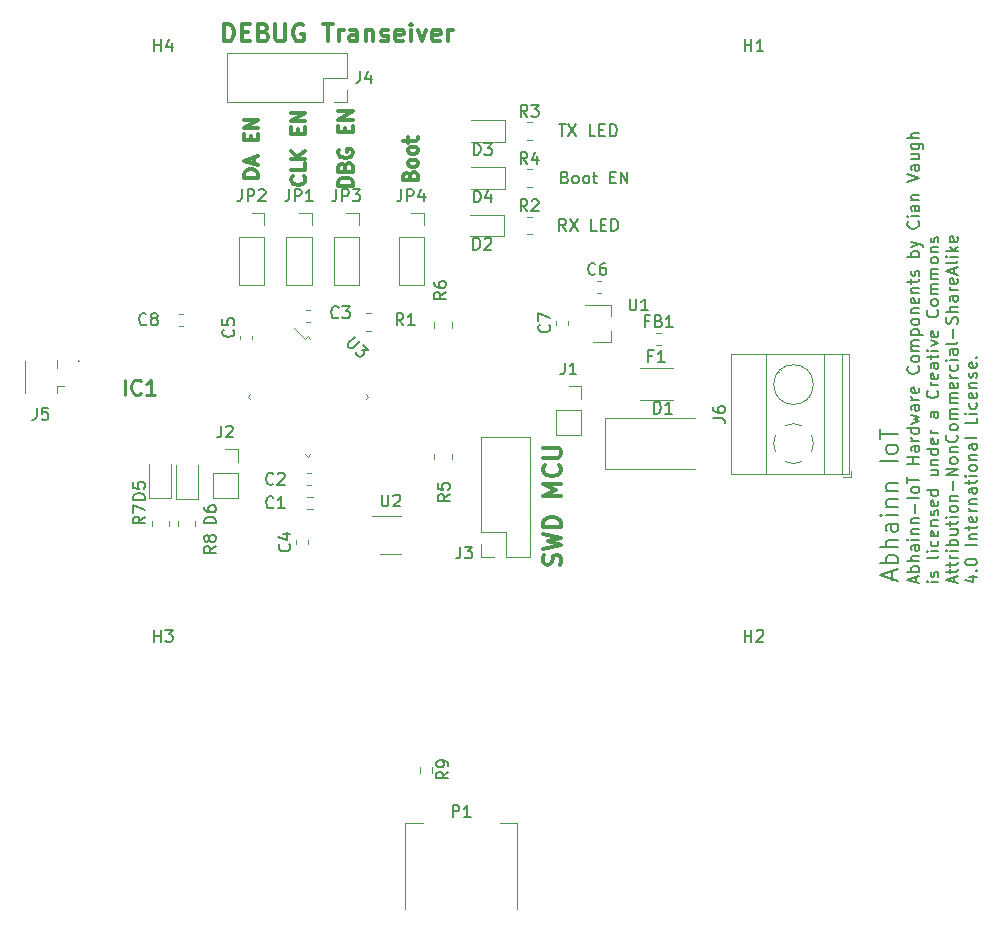
<source format=gbr>
%TF.GenerationSoftware,KiCad,Pcbnew,(5.1.10)-1*%
%TF.CreationDate,2021-07-04T14:07:10+01:00*%
%TF.ProjectId,Abhoinn_IoT_V2,4162686f-696e-46e5-9f49-6f545f56322e,rev?*%
%TF.SameCoordinates,Original*%
%TF.FileFunction,Legend,Top*%
%TF.FilePolarity,Positive*%
%FSLAX46Y46*%
G04 Gerber Fmt 4.6, Leading zero omitted, Abs format (unit mm)*
G04 Created by KiCad (PCBNEW (5.1.10)-1) date 2021-07-04 14:07:10*
%MOMM*%
%LPD*%
G01*
G04 APERTURE LIST*
%ADD10C,0.130000*%
%ADD11C,0.200000*%
%ADD12C,0.300000*%
%ADD13C,0.150000*%
%ADD14C,0.120000*%
%ADD15C,0.100000*%
%ADD16C,0.254000*%
G04 APERTURE END LIST*
D10*
X195221666Y-96725023D02*
X195221666Y-96248833D01*
X195507380Y-96820261D02*
X194507380Y-96486928D01*
X195507380Y-96153595D01*
X195507380Y-95820261D02*
X194507380Y-95820261D01*
X194888333Y-95820261D02*
X194840714Y-95725023D01*
X194840714Y-95534547D01*
X194888333Y-95439309D01*
X194935952Y-95391690D01*
X195031190Y-95344071D01*
X195316904Y-95344071D01*
X195412142Y-95391690D01*
X195459761Y-95439309D01*
X195507380Y-95534547D01*
X195507380Y-95725023D01*
X195459761Y-95820261D01*
X195507380Y-94915500D02*
X194507380Y-94915500D01*
X195507380Y-94486928D02*
X194983571Y-94486928D01*
X194888333Y-94534547D01*
X194840714Y-94629785D01*
X194840714Y-94772642D01*
X194888333Y-94867880D01*
X194935952Y-94915500D01*
X195507380Y-93582166D02*
X194983571Y-93582166D01*
X194888333Y-93629785D01*
X194840714Y-93725023D01*
X194840714Y-93915500D01*
X194888333Y-94010738D01*
X195459761Y-93582166D02*
X195507380Y-93677404D01*
X195507380Y-93915500D01*
X195459761Y-94010738D01*
X195364523Y-94058357D01*
X195269285Y-94058357D01*
X195174047Y-94010738D01*
X195126428Y-93915500D01*
X195126428Y-93677404D01*
X195078809Y-93582166D01*
X195507380Y-93105976D02*
X194840714Y-93105976D01*
X194507380Y-93105976D02*
X194555000Y-93153595D01*
X194602619Y-93105976D01*
X194555000Y-93058357D01*
X194507380Y-93105976D01*
X194602619Y-93105976D01*
X194840714Y-92629785D02*
X195507380Y-92629785D01*
X194935952Y-92629785D02*
X194888333Y-92582166D01*
X194840714Y-92486928D01*
X194840714Y-92344071D01*
X194888333Y-92248833D01*
X194983571Y-92201214D01*
X195507380Y-92201214D01*
X194840714Y-91725023D02*
X195507380Y-91725023D01*
X194935952Y-91725023D02*
X194888333Y-91677404D01*
X194840714Y-91582166D01*
X194840714Y-91439309D01*
X194888333Y-91344071D01*
X194983571Y-91296452D01*
X195507380Y-91296452D01*
X195126428Y-90820261D02*
X195126428Y-90058357D01*
X195507380Y-89582166D02*
X194507380Y-89582166D01*
X195507380Y-88963119D02*
X195459761Y-89058357D01*
X195412142Y-89105976D01*
X195316904Y-89153595D01*
X195031190Y-89153595D01*
X194935952Y-89105976D01*
X194888333Y-89058357D01*
X194840714Y-88963119D01*
X194840714Y-88820261D01*
X194888333Y-88725023D01*
X194935952Y-88677404D01*
X195031190Y-88629785D01*
X195316904Y-88629785D01*
X195412142Y-88677404D01*
X195459761Y-88725023D01*
X195507380Y-88820261D01*
X195507380Y-88963119D01*
X194507380Y-88344071D02*
X194507380Y-87772642D01*
X195507380Y-88058357D02*
X194507380Y-88058357D01*
X195507380Y-86677404D02*
X194507380Y-86677404D01*
X194983571Y-86677404D02*
X194983571Y-86105976D01*
X195507380Y-86105976D02*
X194507380Y-86105976D01*
X195507380Y-85201214D02*
X194983571Y-85201214D01*
X194888333Y-85248833D01*
X194840714Y-85344071D01*
X194840714Y-85534547D01*
X194888333Y-85629785D01*
X195459761Y-85201214D02*
X195507380Y-85296452D01*
X195507380Y-85534547D01*
X195459761Y-85629785D01*
X195364523Y-85677404D01*
X195269285Y-85677404D01*
X195174047Y-85629785D01*
X195126428Y-85534547D01*
X195126428Y-85296452D01*
X195078809Y-85201214D01*
X195507380Y-84725023D02*
X194840714Y-84725023D01*
X195031190Y-84725023D02*
X194935952Y-84677404D01*
X194888333Y-84629785D01*
X194840714Y-84534547D01*
X194840714Y-84439309D01*
X195507380Y-83677404D02*
X194507380Y-83677404D01*
X195459761Y-83677404D02*
X195507380Y-83772642D01*
X195507380Y-83963119D01*
X195459761Y-84058357D01*
X195412142Y-84105976D01*
X195316904Y-84153595D01*
X195031190Y-84153595D01*
X194935952Y-84105976D01*
X194888333Y-84058357D01*
X194840714Y-83963119D01*
X194840714Y-83772642D01*
X194888333Y-83677404D01*
X194840714Y-83296452D02*
X195507380Y-83105976D01*
X195031190Y-82915500D01*
X195507380Y-82725023D01*
X194840714Y-82534547D01*
X195507380Y-81725023D02*
X194983571Y-81725023D01*
X194888333Y-81772642D01*
X194840714Y-81867880D01*
X194840714Y-82058357D01*
X194888333Y-82153595D01*
X195459761Y-81725023D02*
X195507380Y-81820261D01*
X195507380Y-82058357D01*
X195459761Y-82153595D01*
X195364523Y-82201214D01*
X195269285Y-82201214D01*
X195174047Y-82153595D01*
X195126428Y-82058357D01*
X195126428Y-81820261D01*
X195078809Y-81725023D01*
X195507380Y-81248833D02*
X194840714Y-81248833D01*
X195031190Y-81248833D02*
X194935952Y-81201214D01*
X194888333Y-81153595D01*
X194840714Y-81058357D01*
X194840714Y-80963119D01*
X195459761Y-80248833D02*
X195507380Y-80344071D01*
X195507380Y-80534547D01*
X195459761Y-80629785D01*
X195364523Y-80677404D01*
X194983571Y-80677404D01*
X194888333Y-80629785D01*
X194840714Y-80534547D01*
X194840714Y-80344071D01*
X194888333Y-80248833D01*
X194983571Y-80201214D01*
X195078809Y-80201214D01*
X195174047Y-80677404D01*
X195412142Y-78439309D02*
X195459761Y-78486928D01*
X195507380Y-78629785D01*
X195507380Y-78725023D01*
X195459761Y-78867880D01*
X195364523Y-78963119D01*
X195269285Y-79010738D01*
X195078809Y-79058357D01*
X194935952Y-79058357D01*
X194745476Y-79010738D01*
X194650238Y-78963119D01*
X194555000Y-78867880D01*
X194507380Y-78725023D01*
X194507380Y-78629785D01*
X194555000Y-78486928D01*
X194602619Y-78439309D01*
X195507380Y-77867880D02*
X195459761Y-77963119D01*
X195412142Y-78010738D01*
X195316904Y-78058357D01*
X195031190Y-78058357D01*
X194935952Y-78010738D01*
X194888333Y-77963119D01*
X194840714Y-77867880D01*
X194840714Y-77725023D01*
X194888333Y-77629785D01*
X194935952Y-77582166D01*
X195031190Y-77534547D01*
X195316904Y-77534547D01*
X195412142Y-77582166D01*
X195459761Y-77629785D01*
X195507380Y-77725023D01*
X195507380Y-77867880D01*
X195507380Y-77105976D02*
X194840714Y-77105976D01*
X194935952Y-77105976D02*
X194888333Y-77058357D01*
X194840714Y-76963119D01*
X194840714Y-76820261D01*
X194888333Y-76725023D01*
X194983571Y-76677404D01*
X195507380Y-76677404D01*
X194983571Y-76677404D02*
X194888333Y-76629785D01*
X194840714Y-76534547D01*
X194840714Y-76391690D01*
X194888333Y-76296452D01*
X194983571Y-76248833D01*
X195507380Y-76248833D01*
X194840714Y-75772642D02*
X195840714Y-75772642D01*
X194888333Y-75772642D02*
X194840714Y-75677404D01*
X194840714Y-75486928D01*
X194888333Y-75391690D01*
X194935952Y-75344071D01*
X195031190Y-75296452D01*
X195316904Y-75296452D01*
X195412142Y-75344071D01*
X195459761Y-75391690D01*
X195507380Y-75486928D01*
X195507380Y-75677404D01*
X195459761Y-75772642D01*
X195507380Y-74725023D02*
X195459761Y-74820261D01*
X195412142Y-74867880D01*
X195316904Y-74915500D01*
X195031190Y-74915500D01*
X194935952Y-74867880D01*
X194888333Y-74820261D01*
X194840714Y-74725023D01*
X194840714Y-74582166D01*
X194888333Y-74486928D01*
X194935952Y-74439309D01*
X195031190Y-74391690D01*
X195316904Y-74391690D01*
X195412142Y-74439309D01*
X195459761Y-74486928D01*
X195507380Y-74582166D01*
X195507380Y-74725023D01*
X194840714Y-73963119D02*
X195507380Y-73963119D01*
X194935952Y-73963119D02*
X194888333Y-73915500D01*
X194840714Y-73820261D01*
X194840714Y-73677404D01*
X194888333Y-73582166D01*
X194983571Y-73534547D01*
X195507380Y-73534547D01*
X195459761Y-72677404D02*
X195507380Y-72772642D01*
X195507380Y-72963119D01*
X195459761Y-73058357D01*
X195364523Y-73105976D01*
X194983571Y-73105976D01*
X194888333Y-73058357D01*
X194840714Y-72963119D01*
X194840714Y-72772642D01*
X194888333Y-72677404D01*
X194983571Y-72629785D01*
X195078809Y-72629785D01*
X195174047Y-73105976D01*
X194840714Y-72201214D02*
X195507380Y-72201214D01*
X194935952Y-72201214D02*
X194888333Y-72153595D01*
X194840714Y-72058357D01*
X194840714Y-71915500D01*
X194888333Y-71820261D01*
X194983571Y-71772642D01*
X195507380Y-71772642D01*
X194840714Y-71439309D02*
X194840714Y-71058357D01*
X194507380Y-71296452D02*
X195364523Y-71296452D01*
X195459761Y-71248833D01*
X195507380Y-71153595D01*
X195507380Y-71058357D01*
X195459761Y-70772642D02*
X195507380Y-70677404D01*
X195507380Y-70486928D01*
X195459761Y-70391690D01*
X195364523Y-70344071D01*
X195316904Y-70344071D01*
X195221666Y-70391690D01*
X195174047Y-70486928D01*
X195174047Y-70629785D01*
X195126428Y-70725023D01*
X195031190Y-70772642D01*
X194983571Y-70772642D01*
X194888333Y-70725023D01*
X194840714Y-70629785D01*
X194840714Y-70486928D01*
X194888333Y-70391690D01*
X195507380Y-69153595D02*
X194507380Y-69153595D01*
X194888333Y-69153595D02*
X194840714Y-69058357D01*
X194840714Y-68867880D01*
X194888333Y-68772642D01*
X194935952Y-68725023D01*
X195031190Y-68677404D01*
X195316904Y-68677404D01*
X195412142Y-68725023D01*
X195459761Y-68772642D01*
X195507380Y-68867880D01*
X195507380Y-69058357D01*
X195459761Y-69153595D01*
X194840714Y-68344071D02*
X195507380Y-68105976D01*
X194840714Y-67867880D02*
X195507380Y-68105976D01*
X195745476Y-68201214D01*
X195793095Y-68248833D01*
X195840714Y-68344071D01*
X195412142Y-66153595D02*
X195459761Y-66201214D01*
X195507380Y-66344071D01*
X195507380Y-66439309D01*
X195459761Y-66582166D01*
X195364523Y-66677404D01*
X195269285Y-66725023D01*
X195078809Y-66772642D01*
X194935952Y-66772642D01*
X194745476Y-66725023D01*
X194650238Y-66677404D01*
X194555000Y-66582166D01*
X194507380Y-66439309D01*
X194507380Y-66344071D01*
X194555000Y-66201214D01*
X194602619Y-66153595D01*
X195507380Y-65725023D02*
X194840714Y-65725023D01*
X194507380Y-65725023D02*
X194555000Y-65772642D01*
X194602619Y-65725023D01*
X194555000Y-65677404D01*
X194507380Y-65725023D01*
X194602619Y-65725023D01*
X195507380Y-64820261D02*
X194983571Y-64820261D01*
X194888333Y-64867880D01*
X194840714Y-64963119D01*
X194840714Y-65153595D01*
X194888333Y-65248833D01*
X195459761Y-64820261D02*
X195507380Y-64915500D01*
X195507380Y-65153595D01*
X195459761Y-65248833D01*
X195364523Y-65296452D01*
X195269285Y-65296452D01*
X195174047Y-65248833D01*
X195126428Y-65153595D01*
X195126428Y-64915500D01*
X195078809Y-64820261D01*
X194840714Y-64344071D02*
X195507380Y-64344071D01*
X194935952Y-64344071D02*
X194888333Y-64296452D01*
X194840714Y-64201214D01*
X194840714Y-64058357D01*
X194888333Y-63963119D01*
X194983571Y-63915500D01*
X195507380Y-63915500D01*
X194507380Y-62820261D02*
X195507380Y-62486928D01*
X194507380Y-62153595D01*
X195507380Y-61391690D02*
X194983571Y-61391690D01*
X194888333Y-61439309D01*
X194840714Y-61534547D01*
X194840714Y-61725023D01*
X194888333Y-61820261D01*
X195459761Y-61391690D02*
X195507380Y-61486928D01*
X195507380Y-61725023D01*
X195459761Y-61820261D01*
X195364523Y-61867880D01*
X195269285Y-61867880D01*
X195174047Y-61820261D01*
X195126428Y-61725023D01*
X195126428Y-61486928D01*
X195078809Y-61391690D01*
X194840714Y-60486928D02*
X195507380Y-60486928D01*
X194840714Y-60915500D02*
X195364523Y-60915500D01*
X195459761Y-60867880D01*
X195507380Y-60772642D01*
X195507380Y-60629785D01*
X195459761Y-60534547D01*
X195412142Y-60486928D01*
X194840714Y-59582166D02*
X195650238Y-59582166D01*
X195745476Y-59629785D01*
X195793095Y-59677404D01*
X195840714Y-59772642D01*
X195840714Y-59915500D01*
X195793095Y-60010738D01*
X195459761Y-59582166D02*
X195507380Y-59677404D01*
X195507380Y-59867880D01*
X195459761Y-59963119D01*
X195412142Y-60010738D01*
X195316904Y-60058357D01*
X195031190Y-60058357D01*
X194935952Y-60010738D01*
X194888333Y-59963119D01*
X194840714Y-59867880D01*
X194840714Y-59677404D01*
X194888333Y-59582166D01*
X195507380Y-59105976D02*
X194507380Y-59105976D01*
X195507380Y-58677404D02*
X194983571Y-58677404D01*
X194888333Y-58725023D01*
X194840714Y-58820261D01*
X194840714Y-58963119D01*
X194888333Y-59058357D01*
X194935952Y-59105976D01*
X197137380Y-96677404D02*
X196470714Y-96677404D01*
X196137380Y-96677404D02*
X196185000Y-96725023D01*
X196232619Y-96677404D01*
X196185000Y-96629785D01*
X196137380Y-96677404D01*
X196232619Y-96677404D01*
X197089761Y-96248833D02*
X197137380Y-96153595D01*
X197137380Y-95963119D01*
X197089761Y-95867880D01*
X196994523Y-95820261D01*
X196946904Y-95820261D01*
X196851666Y-95867880D01*
X196804047Y-95963119D01*
X196804047Y-96105976D01*
X196756428Y-96201214D01*
X196661190Y-96248833D01*
X196613571Y-96248833D01*
X196518333Y-96201214D01*
X196470714Y-96105976D01*
X196470714Y-95963119D01*
X196518333Y-95867880D01*
X197137380Y-94486928D02*
X197089761Y-94582166D01*
X196994523Y-94629785D01*
X196137380Y-94629785D01*
X197137380Y-94105976D02*
X196470714Y-94105976D01*
X196137380Y-94105976D02*
X196185000Y-94153595D01*
X196232619Y-94105976D01*
X196185000Y-94058357D01*
X196137380Y-94105976D01*
X196232619Y-94105976D01*
X197089761Y-93201214D02*
X197137380Y-93296452D01*
X197137380Y-93486928D01*
X197089761Y-93582166D01*
X197042142Y-93629785D01*
X196946904Y-93677404D01*
X196661190Y-93677404D01*
X196565952Y-93629785D01*
X196518333Y-93582166D01*
X196470714Y-93486928D01*
X196470714Y-93296452D01*
X196518333Y-93201214D01*
X197089761Y-92391690D02*
X197137380Y-92486928D01*
X197137380Y-92677404D01*
X197089761Y-92772642D01*
X196994523Y-92820261D01*
X196613571Y-92820261D01*
X196518333Y-92772642D01*
X196470714Y-92677404D01*
X196470714Y-92486928D01*
X196518333Y-92391690D01*
X196613571Y-92344071D01*
X196708809Y-92344071D01*
X196804047Y-92820261D01*
X196470714Y-91915500D02*
X197137380Y-91915500D01*
X196565952Y-91915500D02*
X196518333Y-91867880D01*
X196470714Y-91772642D01*
X196470714Y-91629785D01*
X196518333Y-91534547D01*
X196613571Y-91486928D01*
X197137380Y-91486928D01*
X197089761Y-91058357D02*
X197137380Y-90963119D01*
X197137380Y-90772642D01*
X197089761Y-90677404D01*
X196994523Y-90629785D01*
X196946904Y-90629785D01*
X196851666Y-90677404D01*
X196804047Y-90772642D01*
X196804047Y-90915500D01*
X196756428Y-91010738D01*
X196661190Y-91058357D01*
X196613571Y-91058357D01*
X196518333Y-91010738D01*
X196470714Y-90915500D01*
X196470714Y-90772642D01*
X196518333Y-90677404D01*
X197089761Y-89820261D02*
X197137380Y-89915500D01*
X197137380Y-90105976D01*
X197089761Y-90201214D01*
X196994523Y-90248833D01*
X196613571Y-90248833D01*
X196518333Y-90201214D01*
X196470714Y-90105976D01*
X196470714Y-89915500D01*
X196518333Y-89820261D01*
X196613571Y-89772642D01*
X196708809Y-89772642D01*
X196804047Y-90248833D01*
X197137380Y-88915500D02*
X196137380Y-88915500D01*
X197089761Y-88915500D02*
X197137380Y-89010738D01*
X197137380Y-89201214D01*
X197089761Y-89296452D01*
X197042142Y-89344071D01*
X196946904Y-89391690D01*
X196661190Y-89391690D01*
X196565952Y-89344071D01*
X196518333Y-89296452D01*
X196470714Y-89201214D01*
X196470714Y-89010738D01*
X196518333Y-88915500D01*
X196470714Y-87248833D02*
X197137380Y-87248833D01*
X196470714Y-87677404D02*
X196994523Y-87677404D01*
X197089761Y-87629785D01*
X197137380Y-87534547D01*
X197137380Y-87391690D01*
X197089761Y-87296452D01*
X197042142Y-87248833D01*
X196470714Y-86772642D02*
X197137380Y-86772642D01*
X196565952Y-86772642D02*
X196518333Y-86725023D01*
X196470714Y-86629785D01*
X196470714Y-86486928D01*
X196518333Y-86391690D01*
X196613571Y-86344071D01*
X197137380Y-86344071D01*
X197137380Y-85439309D02*
X196137380Y-85439309D01*
X197089761Y-85439309D02*
X197137380Y-85534547D01*
X197137380Y-85725023D01*
X197089761Y-85820261D01*
X197042142Y-85867880D01*
X196946904Y-85915500D01*
X196661190Y-85915500D01*
X196565952Y-85867880D01*
X196518333Y-85820261D01*
X196470714Y-85725023D01*
X196470714Y-85534547D01*
X196518333Y-85439309D01*
X197089761Y-84582166D02*
X197137380Y-84677404D01*
X197137380Y-84867880D01*
X197089761Y-84963119D01*
X196994523Y-85010738D01*
X196613571Y-85010738D01*
X196518333Y-84963119D01*
X196470714Y-84867880D01*
X196470714Y-84677404D01*
X196518333Y-84582166D01*
X196613571Y-84534547D01*
X196708809Y-84534547D01*
X196804047Y-85010738D01*
X197137380Y-84105976D02*
X196470714Y-84105976D01*
X196661190Y-84105976D02*
X196565952Y-84058357D01*
X196518333Y-84010738D01*
X196470714Y-83915500D01*
X196470714Y-83820261D01*
X197137380Y-82296452D02*
X196613571Y-82296452D01*
X196518333Y-82344071D01*
X196470714Y-82439309D01*
X196470714Y-82629785D01*
X196518333Y-82725023D01*
X197089761Y-82296452D02*
X197137380Y-82391690D01*
X197137380Y-82629785D01*
X197089761Y-82725023D01*
X196994523Y-82772642D01*
X196899285Y-82772642D01*
X196804047Y-82725023D01*
X196756428Y-82629785D01*
X196756428Y-82391690D01*
X196708809Y-82296452D01*
X197042142Y-80486928D02*
X197089761Y-80534547D01*
X197137380Y-80677404D01*
X197137380Y-80772642D01*
X197089761Y-80915500D01*
X196994523Y-81010738D01*
X196899285Y-81058357D01*
X196708809Y-81105976D01*
X196565952Y-81105976D01*
X196375476Y-81058357D01*
X196280238Y-81010738D01*
X196185000Y-80915500D01*
X196137380Y-80772642D01*
X196137380Y-80677404D01*
X196185000Y-80534547D01*
X196232619Y-80486928D01*
X197137380Y-80058357D02*
X196470714Y-80058357D01*
X196661190Y-80058357D02*
X196565952Y-80010738D01*
X196518333Y-79963119D01*
X196470714Y-79867880D01*
X196470714Y-79772642D01*
X197089761Y-79058357D02*
X197137380Y-79153595D01*
X197137380Y-79344071D01*
X197089761Y-79439309D01*
X196994523Y-79486928D01*
X196613571Y-79486928D01*
X196518333Y-79439309D01*
X196470714Y-79344071D01*
X196470714Y-79153595D01*
X196518333Y-79058357D01*
X196613571Y-79010738D01*
X196708809Y-79010738D01*
X196804047Y-79486928D01*
X197137380Y-78153595D02*
X196613571Y-78153595D01*
X196518333Y-78201214D01*
X196470714Y-78296452D01*
X196470714Y-78486928D01*
X196518333Y-78582166D01*
X197089761Y-78153595D02*
X197137380Y-78248833D01*
X197137380Y-78486928D01*
X197089761Y-78582166D01*
X196994523Y-78629785D01*
X196899285Y-78629785D01*
X196804047Y-78582166D01*
X196756428Y-78486928D01*
X196756428Y-78248833D01*
X196708809Y-78153595D01*
X196470714Y-77820261D02*
X196470714Y-77439309D01*
X196137380Y-77677404D02*
X196994523Y-77677404D01*
X197089761Y-77629785D01*
X197137380Y-77534547D01*
X197137380Y-77439309D01*
X197137380Y-77105976D02*
X196470714Y-77105976D01*
X196137380Y-77105976D02*
X196185000Y-77153595D01*
X196232619Y-77105976D01*
X196185000Y-77058357D01*
X196137380Y-77105976D01*
X196232619Y-77105976D01*
X196470714Y-76725023D02*
X197137380Y-76486928D01*
X196470714Y-76248833D01*
X197089761Y-75486928D02*
X197137380Y-75582166D01*
X197137380Y-75772642D01*
X197089761Y-75867880D01*
X196994523Y-75915500D01*
X196613571Y-75915500D01*
X196518333Y-75867880D01*
X196470714Y-75772642D01*
X196470714Y-75582166D01*
X196518333Y-75486928D01*
X196613571Y-75439309D01*
X196708809Y-75439309D01*
X196804047Y-75915500D01*
X197042142Y-73677404D02*
X197089761Y-73725023D01*
X197137380Y-73867880D01*
X197137380Y-73963119D01*
X197089761Y-74105976D01*
X196994523Y-74201214D01*
X196899285Y-74248833D01*
X196708809Y-74296452D01*
X196565952Y-74296452D01*
X196375476Y-74248833D01*
X196280238Y-74201214D01*
X196185000Y-74105976D01*
X196137380Y-73963119D01*
X196137380Y-73867880D01*
X196185000Y-73725023D01*
X196232619Y-73677404D01*
X197137380Y-73105976D02*
X197089761Y-73201214D01*
X197042142Y-73248833D01*
X196946904Y-73296452D01*
X196661190Y-73296452D01*
X196565952Y-73248833D01*
X196518333Y-73201214D01*
X196470714Y-73105976D01*
X196470714Y-72963119D01*
X196518333Y-72867880D01*
X196565952Y-72820261D01*
X196661190Y-72772642D01*
X196946904Y-72772642D01*
X197042142Y-72820261D01*
X197089761Y-72867880D01*
X197137380Y-72963119D01*
X197137380Y-73105976D01*
X197137380Y-72344071D02*
X196470714Y-72344071D01*
X196565952Y-72344071D02*
X196518333Y-72296452D01*
X196470714Y-72201214D01*
X196470714Y-72058357D01*
X196518333Y-71963119D01*
X196613571Y-71915500D01*
X197137380Y-71915500D01*
X196613571Y-71915500D02*
X196518333Y-71867880D01*
X196470714Y-71772642D01*
X196470714Y-71629785D01*
X196518333Y-71534547D01*
X196613571Y-71486928D01*
X197137380Y-71486928D01*
X197137380Y-71010738D02*
X196470714Y-71010738D01*
X196565952Y-71010738D02*
X196518333Y-70963119D01*
X196470714Y-70867880D01*
X196470714Y-70725023D01*
X196518333Y-70629785D01*
X196613571Y-70582166D01*
X197137380Y-70582166D01*
X196613571Y-70582166D02*
X196518333Y-70534547D01*
X196470714Y-70439309D01*
X196470714Y-70296452D01*
X196518333Y-70201214D01*
X196613571Y-70153595D01*
X197137380Y-70153595D01*
X197137380Y-69534547D02*
X197089761Y-69629785D01*
X197042142Y-69677404D01*
X196946904Y-69725023D01*
X196661190Y-69725023D01*
X196565952Y-69677404D01*
X196518333Y-69629785D01*
X196470714Y-69534547D01*
X196470714Y-69391690D01*
X196518333Y-69296452D01*
X196565952Y-69248833D01*
X196661190Y-69201214D01*
X196946904Y-69201214D01*
X197042142Y-69248833D01*
X197089761Y-69296452D01*
X197137380Y-69391690D01*
X197137380Y-69534547D01*
X196470714Y-68772642D02*
X197137380Y-68772642D01*
X196565952Y-68772642D02*
X196518333Y-68725023D01*
X196470714Y-68629785D01*
X196470714Y-68486928D01*
X196518333Y-68391690D01*
X196613571Y-68344071D01*
X197137380Y-68344071D01*
X197089761Y-67915500D02*
X197137380Y-67820261D01*
X197137380Y-67629785D01*
X197089761Y-67534547D01*
X196994523Y-67486928D01*
X196946904Y-67486928D01*
X196851666Y-67534547D01*
X196804047Y-67629785D01*
X196804047Y-67772642D01*
X196756428Y-67867880D01*
X196661190Y-67915500D01*
X196613571Y-67915500D01*
X196518333Y-67867880D01*
X196470714Y-67772642D01*
X196470714Y-67629785D01*
X196518333Y-67534547D01*
X198481666Y-96725023D02*
X198481666Y-96248833D01*
X198767380Y-96820261D02*
X197767380Y-96486928D01*
X198767380Y-96153595D01*
X198100714Y-95963119D02*
X198100714Y-95582166D01*
X197767380Y-95820261D02*
X198624523Y-95820261D01*
X198719761Y-95772642D01*
X198767380Y-95677404D01*
X198767380Y-95582166D01*
X198100714Y-95391690D02*
X198100714Y-95010738D01*
X197767380Y-95248833D02*
X198624523Y-95248833D01*
X198719761Y-95201214D01*
X198767380Y-95105976D01*
X198767380Y-95010738D01*
X198767380Y-94677404D02*
X198100714Y-94677404D01*
X198291190Y-94677404D02*
X198195952Y-94629785D01*
X198148333Y-94582166D01*
X198100714Y-94486928D01*
X198100714Y-94391690D01*
X198767380Y-94058357D02*
X198100714Y-94058357D01*
X197767380Y-94058357D02*
X197815000Y-94105976D01*
X197862619Y-94058357D01*
X197815000Y-94010738D01*
X197767380Y-94058357D01*
X197862619Y-94058357D01*
X198767380Y-93582166D02*
X197767380Y-93582166D01*
X198148333Y-93582166D02*
X198100714Y-93486928D01*
X198100714Y-93296452D01*
X198148333Y-93201214D01*
X198195952Y-93153595D01*
X198291190Y-93105976D01*
X198576904Y-93105976D01*
X198672142Y-93153595D01*
X198719761Y-93201214D01*
X198767380Y-93296452D01*
X198767380Y-93486928D01*
X198719761Y-93582166D01*
X198100714Y-92248833D02*
X198767380Y-92248833D01*
X198100714Y-92677404D02*
X198624523Y-92677404D01*
X198719761Y-92629785D01*
X198767380Y-92534547D01*
X198767380Y-92391690D01*
X198719761Y-92296452D01*
X198672142Y-92248833D01*
X198100714Y-91915500D02*
X198100714Y-91534547D01*
X197767380Y-91772642D02*
X198624523Y-91772642D01*
X198719761Y-91725023D01*
X198767380Y-91629785D01*
X198767380Y-91534547D01*
X198767380Y-91201214D02*
X198100714Y-91201214D01*
X197767380Y-91201214D02*
X197815000Y-91248833D01*
X197862619Y-91201214D01*
X197815000Y-91153595D01*
X197767380Y-91201214D01*
X197862619Y-91201214D01*
X198767380Y-90582166D02*
X198719761Y-90677404D01*
X198672142Y-90725023D01*
X198576904Y-90772642D01*
X198291190Y-90772642D01*
X198195952Y-90725023D01*
X198148333Y-90677404D01*
X198100714Y-90582166D01*
X198100714Y-90439309D01*
X198148333Y-90344071D01*
X198195952Y-90296452D01*
X198291190Y-90248833D01*
X198576904Y-90248833D01*
X198672142Y-90296452D01*
X198719761Y-90344071D01*
X198767380Y-90439309D01*
X198767380Y-90582166D01*
X198100714Y-89820261D02*
X198767380Y-89820261D01*
X198195952Y-89820261D02*
X198148333Y-89772642D01*
X198100714Y-89677404D01*
X198100714Y-89534547D01*
X198148333Y-89439309D01*
X198243571Y-89391690D01*
X198767380Y-89391690D01*
X198386428Y-88915500D02*
X198386428Y-88153595D01*
X198767380Y-87677404D02*
X197767380Y-87677404D01*
X198767380Y-87105976D01*
X197767380Y-87105976D01*
X198767380Y-86486928D02*
X198719761Y-86582166D01*
X198672142Y-86629785D01*
X198576904Y-86677404D01*
X198291190Y-86677404D01*
X198195952Y-86629785D01*
X198148333Y-86582166D01*
X198100714Y-86486928D01*
X198100714Y-86344071D01*
X198148333Y-86248833D01*
X198195952Y-86201214D01*
X198291190Y-86153595D01*
X198576904Y-86153595D01*
X198672142Y-86201214D01*
X198719761Y-86248833D01*
X198767380Y-86344071D01*
X198767380Y-86486928D01*
X198100714Y-85725023D02*
X198767380Y-85725023D01*
X198195952Y-85725023D02*
X198148333Y-85677404D01*
X198100714Y-85582166D01*
X198100714Y-85439309D01*
X198148333Y-85344071D01*
X198243571Y-85296452D01*
X198767380Y-85296452D01*
X198672142Y-84248833D02*
X198719761Y-84296452D01*
X198767380Y-84439309D01*
X198767380Y-84534547D01*
X198719761Y-84677404D01*
X198624523Y-84772642D01*
X198529285Y-84820261D01*
X198338809Y-84867880D01*
X198195952Y-84867880D01*
X198005476Y-84820261D01*
X197910238Y-84772642D01*
X197815000Y-84677404D01*
X197767380Y-84534547D01*
X197767380Y-84439309D01*
X197815000Y-84296452D01*
X197862619Y-84248833D01*
X198767380Y-83677404D02*
X198719761Y-83772642D01*
X198672142Y-83820261D01*
X198576904Y-83867880D01*
X198291190Y-83867880D01*
X198195952Y-83820261D01*
X198148333Y-83772642D01*
X198100714Y-83677404D01*
X198100714Y-83534547D01*
X198148333Y-83439309D01*
X198195952Y-83391690D01*
X198291190Y-83344071D01*
X198576904Y-83344071D01*
X198672142Y-83391690D01*
X198719761Y-83439309D01*
X198767380Y-83534547D01*
X198767380Y-83677404D01*
X198767380Y-82915500D02*
X198100714Y-82915500D01*
X198195952Y-82915500D02*
X198148333Y-82867880D01*
X198100714Y-82772642D01*
X198100714Y-82629785D01*
X198148333Y-82534547D01*
X198243571Y-82486928D01*
X198767380Y-82486928D01*
X198243571Y-82486928D02*
X198148333Y-82439309D01*
X198100714Y-82344071D01*
X198100714Y-82201214D01*
X198148333Y-82105976D01*
X198243571Y-82058357D01*
X198767380Y-82058357D01*
X198767380Y-81582166D02*
X198100714Y-81582166D01*
X198195952Y-81582166D02*
X198148333Y-81534547D01*
X198100714Y-81439309D01*
X198100714Y-81296452D01*
X198148333Y-81201214D01*
X198243571Y-81153595D01*
X198767380Y-81153595D01*
X198243571Y-81153595D02*
X198148333Y-81105976D01*
X198100714Y-81010738D01*
X198100714Y-80867880D01*
X198148333Y-80772642D01*
X198243571Y-80725023D01*
X198767380Y-80725023D01*
X198719761Y-79867880D02*
X198767380Y-79963119D01*
X198767380Y-80153595D01*
X198719761Y-80248833D01*
X198624523Y-80296452D01*
X198243571Y-80296452D01*
X198148333Y-80248833D01*
X198100714Y-80153595D01*
X198100714Y-79963119D01*
X198148333Y-79867880D01*
X198243571Y-79820261D01*
X198338809Y-79820261D01*
X198434047Y-80296452D01*
X198767380Y-79391690D02*
X198100714Y-79391690D01*
X198291190Y-79391690D02*
X198195952Y-79344071D01*
X198148333Y-79296452D01*
X198100714Y-79201214D01*
X198100714Y-79105976D01*
X198719761Y-78344071D02*
X198767380Y-78439309D01*
X198767380Y-78629785D01*
X198719761Y-78725023D01*
X198672142Y-78772642D01*
X198576904Y-78820261D01*
X198291190Y-78820261D01*
X198195952Y-78772642D01*
X198148333Y-78725023D01*
X198100714Y-78629785D01*
X198100714Y-78439309D01*
X198148333Y-78344071D01*
X198767380Y-77915500D02*
X198100714Y-77915500D01*
X197767380Y-77915500D02*
X197815000Y-77963119D01*
X197862619Y-77915500D01*
X197815000Y-77867880D01*
X197767380Y-77915500D01*
X197862619Y-77915500D01*
X198767380Y-77010738D02*
X198243571Y-77010738D01*
X198148333Y-77058357D01*
X198100714Y-77153595D01*
X198100714Y-77344071D01*
X198148333Y-77439309D01*
X198719761Y-77010738D02*
X198767380Y-77105976D01*
X198767380Y-77344071D01*
X198719761Y-77439309D01*
X198624523Y-77486928D01*
X198529285Y-77486928D01*
X198434047Y-77439309D01*
X198386428Y-77344071D01*
X198386428Y-77105976D01*
X198338809Y-77010738D01*
X198767380Y-76391690D02*
X198719761Y-76486928D01*
X198624523Y-76534547D01*
X197767380Y-76534547D01*
X198386428Y-76010738D02*
X198386428Y-75248833D01*
X198719761Y-74820261D02*
X198767380Y-74677404D01*
X198767380Y-74439309D01*
X198719761Y-74344071D01*
X198672142Y-74296452D01*
X198576904Y-74248833D01*
X198481666Y-74248833D01*
X198386428Y-74296452D01*
X198338809Y-74344071D01*
X198291190Y-74439309D01*
X198243571Y-74629785D01*
X198195952Y-74725023D01*
X198148333Y-74772642D01*
X198053095Y-74820261D01*
X197957857Y-74820261D01*
X197862619Y-74772642D01*
X197815000Y-74725023D01*
X197767380Y-74629785D01*
X197767380Y-74391690D01*
X197815000Y-74248833D01*
X198767380Y-73820261D02*
X197767380Y-73820261D01*
X198767380Y-73391690D02*
X198243571Y-73391690D01*
X198148333Y-73439309D01*
X198100714Y-73534547D01*
X198100714Y-73677404D01*
X198148333Y-73772642D01*
X198195952Y-73820261D01*
X198767380Y-72486928D02*
X198243571Y-72486928D01*
X198148333Y-72534547D01*
X198100714Y-72629785D01*
X198100714Y-72820261D01*
X198148333Y-72915500D01*
X198719761Y-72486928D02*
X198767380Y-72582166D01*
X198767380Y-72820261D01*
X198719761Y-72915500D01*
X198624523Y-72963119D01*
X198529285Y-72963119D01*
X198434047Y-72915500D01*
X198386428Y-72820261D01*
X198386428Y-72582166D01*
X198338809Y-72486928D01*
X198767380Y-72010738D02*
X198100714Y-72010738D01*
X198291190Y-72010738D02*
X198195952Y-71963119D01*
X198148333Y-71915500D01*
X198100714Y-71820261D01*
X198100714Y-71725023D01*
X198719761Y-71010738D02*
X198767380Y-71105976D01*
X198767380Y-71296452D01*
X198719761Y-71391690D01*
X198624523Y-71439309D01*
X198243571Y-71439309D01*
X198148333Y-71391690D01*
X198100714Y-71296452D01*
X198100714Y-71105976D01*
X198148333Y-71010738D01*
X198243571Y-70963119D01*
X198338809Y-70963119D01*
X198434047Y-71439309D01*
X198481666Y-70582166D02*
X198481666Y-70105976D01*
X198767380Y-70677404D02*
X197767380Y-70344071D01*
X198767380Y-70010738D01*
X198767380Y-69534547D02*
X198719761Y-69629785D01*
X198624523Y-69677404D01*
X197767380Y-69677404D01*
X198767380Y-69153595D02*
X198100714Y-69153595D01*
X197767380Y-69153595D02*
X197815000Y-69201214D01*
X197862619Y-69153595D01*
X197815000Y-69105976D01*
X197767380Y-69153595D01*
X197862619Y-69153595D01*
X198767380Y-68677404D02*
X197767380Y-68677404D01*
X198386428Y-68582166D02*
X198767380Y-68296452D01*
X198100714Y-68296452D02*
X198481666Y-68677404D01*
X198719761Y-67486928D02*
X198767380Y-67582166D01*
X198767380Y-67772642D01*
X198719761Y-67867880D01*
X198624523Y-67915500D01*
X198243571Y-67915500D01*
X198148333Y-67867880D01*
X198100714Y-67772642D01*
X198100714Y-67582166D01*
X198148333Y-67486928D01*
X198243571Y-67439309D01*
X198338809Y-67439309D01*
X198434047Y-67915500D01*
X199730714Y-96248833D02*
X200397380Y-96248833D01*
X199349761Y-96486928D02*
X200064047Y-96725023D01*
X200064047Y-96105976D01*
X200302142Y-95725023D02*
X200349761Y-95677404D01*
X200397380Y-95725023D01*
X200349761Y-95772642D01*
X200302142Y-95725023D01*
X200397380Y-95725023D01*
X199397380Y-95058357D02*
X199397380Y-94963119D01*
X199445000Y-94867880D01*
X199492619Y-94820261D01*
X199587857Y-94772642D01*
X199778333Y-94725023D01*
X200016428Y-94725023D01*
X200206904Y-94772642D01*
X200302142Y-94820261D01*
X200349761Y-94867880D01*
X200397380Y-94963119D01*
X200397380Y-95058357D01*
X200349761Y-95153595D01*
X200302142Y-95201214D01*
X200206904Y-95248833D01*
X200016428Y-95296452D01*
X199778333Y-95296452D01*
X199587857Y-95248833D01*
X199492619Y-95201214D01*
X199445000Y-95153595D01*
X199397380Y-95058357D01*
X200397380Y-93534547D02*
X199397380Y-93534547D01*
X199730714Y-93058357D02*
X200397380Y-93058357D01*
X199825952Y-93058357D02*
X199778333Y-93010738D01*
X199730714Y-92915500D01*
X199730714Y-92772642D01*
X199778333Y-92677404D01*
X199873571Y-92629785D01*
X200397380Y-92629785D01*
X199730714Y-92296452D02*
X199730714Y-91915500D01*
X199397380Y-92153595D02*
X200254523Y-92153595D01*
X200349761Y-92105976D01*
X200397380Y-92010738D01*
X200397380Y-91915500D01*
X200349761Y-91201214D02*
X200397380Y-91296452D01*
X200397380Y-91486928D01*
X200349761Y-91582166D01*
X200254523Y-91629785D01*
X199873571Y-91629785D01*
X199778333Y-91582166D01*
X199730714Y-91486928D01*
X199730714Y-91296452D01*
X199778333Y-91201214D01*
X199873571Y-91153595D01*
X199968809Y-91153595D01*
X200064047Y-91629785D01*
X200397380Y-90725023D02*
X199730714Y-90725023D01*
X199921190Y-90725023D02*
X199825952Y-90677404D01*
X199778333Y-90629785D01*
X199730714Y-90534547D01*
X199730714Y-90439309D01*
X199730714Y-90105976D02*
X200397380Y-90105976D01*
X199825952Y-90105976D02*
X199778333Y-90058357D01*
X199730714Y-89963119D01*
X199730714Y-89820261D01*
X199778333Y-89725023D01*
X199873571Y-89677404D01*
X200397380Y-89677404D01*
X200397380Y-88772642D02*
X199873571Y-88772642D01*
X199778333Y-88820261D01*
X199730714Y-88915500D01*
X199730714Y-89105976D01*
X199778333Y-89201214D01*
X200349761Y-88772642D02*
X200397380Y-88867880D01*
X200397380Y-89105976D01*
X200349761Y-89201214D01*
X200254523Y-89248833D01*
X200159285Y-89248833D01*
X200064047Y-89201214D01*
X200016428Y-89105976D01*
X200016428Y-88867880D01*
X199968809Y-88772642D01*
X199730714Y-88439309D02*
X199730714Y-88058357D01*
X199397380Y-88296452D02*
X200254523Y-88296452D01*
X200349761Y-88248833D01*
X200397380Y-88153595D01*
X200397380Y-88058357D01*
X200397380Y-87725023D02*
X199730714Y-87725023D01*
X199397380Y-87725023D02*
X199445000Y-87772642D01*
X199492619Y-87725023D01*
X199445000Y-87677404D01*
X199397380Y-87725023D01*
X199492619Y-87725023D01*
X200397380Y-87105976D02*
X200349761Y-87201214D01*
X200302142Y-87248833D01*
X200206904Y-87296452D01*
X199921190Y-87296452D01*
X199825952Y-87248833D01*
X199778333Y-87201214D01*
X199730714Y-87105976D01*
X199730714Y-86963119D01*
X199778333Y-86867880D01*
X199825952Y-86820261D01*
X199921190Y-86772642D01*
X200206904Y-86772642D01*
X200302142Y-86820261D01*
X200349761Y-86867880D01*
X200397380Y-86963119D01*
X200397380Y-87105976D01*
X199730714Y-86344071D02*
X200397380Y-86344071D01*
X199825952Y-86344071D02*
X199778333Y-86296452D01*
X199730714Y-86201214D01*
X199730714Y-86058357D01*
X199778333Y-85963119D01*
X199873571Y-85915500D01*
X200397380Y-85915500D01*
X200397380Y-85010738D02*
X199873571Y-85010738D01*
X199778333Y-85058357D01*
X199730714Y-85153595D01*
X199730714Y-85344071D01*
X199778333Y-85439309D01*
X200349761Y-85010738D02*
X200397380Y-85105976D01*
X200397380Y-85344071D01*
X200349761Y-85439309D01*
X200254523Y-85486928D01*
X200159285Y-85486928D01*
X200064047Y-85439309D01*
X200016428Y-85344071D01*
X200016428Y-85105976D01*
X199968809Y-85010738D01*
X200397380Y-84391690D02*
X200349761Y-84486928D01*
X200254523Y-84534547D01*
X199397380Y-84534547D01*
X200397380Y-82772642D02*
X200397380Y-83248833D01*
X199397380Y-83248833D01*
X200397380Y-82439309D02*
X199730714Y-82439309D01*
X199397380Y-82439309D02*
X199445000Y-82486928D01*
X199492619Y-82439309D01*
X199445000Y-82391690D01*
X199397380Y-82439309D01*
X199492619Y-82439309D01*
X200349761Y-81534547D02*
X200397380Y-81629785D01*
X200397380Y-81820261D01*
X200349761Y-81915500D01*
X200302142Y-81963119D01*
X200206904Y-82010738D01*
X199921190Y-82010738D01*
X199825952Y-81963119D01*
X199778333Y-81915500D01*
X199730714Y-81820261D01*
X199730714Y-81629785D01*
X199778333Y-81534547D01*
X200349761Y-80725023D02*
X200397380Y-80820261D01*
X200397380Y-81010738D01*
X200349761Y-81105976D01*
X200254523Y-81153595D01*
X199873571Y-81153595D01*
X199778333Y-81105976D01*
X199730714Y-81010738D01*
X199730714Y-80820261D01*
X199778333Y-80725023D01*
X199873571Y-80677404D01*
X199968809Y-80677404D01*
X200064047Y-81153595D01*
X199730714Y-80248833D02*
X200397380Y-80248833D01*
X199825952Y-80248833D02*
X199778333Y-80201214D01*
X199730714Y-80105976D01*
X199730714Y-79963119D01*
X199778333Y-79867880D01*
X199873571Y-79820261D01*
X200397380Y-79820261D01*
X200349761Y-79391690D02*
X200397380Y-79296452D01*
X200397380Y-79105976D01*
X200349761Y-79010738D01*
X200254523Y-78963119D01*
X200206904Y-78963119D01*
X200111666Y-79010738D01*
X200064047Y-79105976D01*
X200064047Y-79248833D01*
X200016428Y-79344071D01*
X199921190Y-79391690D01*
X199873571Y-79391690D01*
X199778333Y-79344071D01*
X199730714Y-79248833D01*
X199730714Y-79105976D01*
X199778333Y-79010738D01*
X200349761Y-78153595D02*
X200397380Y-78248833D01*
X200397380Y-78439309D01*
X200349761Y-78534547D01*
X200254523Y-78582166D01*
X199873571Y-78582166D01*
X199778333Y-78534547D01*
X199730714Y-78439309D01*
X199730714Y-78248833D01*
X199778333Y-78153595D01*
X199873571Y-78105976D01*
X199968809Y-78105976D01*
X200064047Y-78582166D01*
X200302142Y-77677404D02*
X200349761Y-77629785D01*
X200397380Y-77677404D01*
X200349761Y-77725023D01*
X200302142Y-77677404D01*
X200397380Y-77677404D01*
D11*
X193250000Y-96487142D02*
X193250000Y-95772857D01*
X193678571Y-96630000D02*
X192178571Y-96130000D01*
X193678571Y-95630000D01*
X193678571Y-95130000D02*
X192178571Y-95130000D01*
X192750000Y-95130000D02*
X192678571Y-94987142D01*
X192678571Y-94701428D01*
X192750000Y-94558571D01*
X192821428Y-94487142D01*
X192964285Y-94415714D01*
X193392857Y-94415714D01*
X193535714Y-94487142D01*
X193607142Y-94558571D01*
X193678571Y-94701428D01*
X193678571Y-94987142D01*
X193607142Y-95130000D01*
X193678571Y-93772857D02*
X192178571Y-93772857D01*
X193678571Y-93130000D02*
X192892857Y-93130000D01*
X192750000Y-93201428D01*
X192678571Y-93344285D01*
X192678571Y-93558571D01*
X192750000Y-93701428D01*
X192821428Y-93772857D01*
X193678571Y-91772857D02*
X192892857Y-91772857D01*
X192750000Y-91844285D01*
X192678571Y-91987142D01*
X192678571Y-92272857D01*
X192750000Y-92415714D01*
X193607142Y-91772857D02*
X193678571Y-91915714D01*
X193678571Y-92272857D01*
X193607142Y-92415714D01*
X193464285Y-92487142D01*
X193321428Y-92487142D01*
X193178571Y-92415714D01*
X193107142Y-92272857D01*
X193107142Y-91915714D01*
X193035714Y-91772857D01*
X193678571Y-91058571D02*
X192678571Y-91058571D01*
X192178571Y-91058571D02*
X192250000Y-91130000D01*
X192321428Y-91058571D01*
X192250000Y-90987142D01*
X192178571Y-91058571D01*
X192321428Y-91058571D01*
X192678571Y-90344285D02*
X193678571Y-90344285D01*
X192821428Y-90344285D02*
X192750000Y-90272857D01*
X192678571Y-90130000D01*
X192678571Y-89915714D01*
X192750000Y-89772857D01*
X192892857Y-89701428D01*
X193678571Y-89701428D01*
X192678571Y-88987142D02*
X193678571Y-88987142D01*
X192821428Y-88987142D02*
X192750000Y-88915714D01*
X192678571Y-88772857D01*
X192678571Y-88558571D01*
X192750000Y-88415714D01*
X192892857Y-88344285D01*
X193678571Y-88344285D01*
X193678571Y-86487142D02*
X192178571Y-86487142D01*
X193678571Y-85558571D02*
X193607142Y-85701428D01*
X193535714Y-85772857D01*
X193392857Y-85844285D01*
X192964285Y-85844285D01*
X192821428Y-85772857D01*
X192750000Y-85701428D01*
X192678571Y-85558571D01*
X192678571Y-85344285D01*
X192750000Y-85201428D01*
X192821428Y-85130000D01*
X192964285Y-85058571D01*
X193392857Y-85058571D01*
X193535714Y-85130000D01*
X193607142Y-85201428D01*
X193678571Y-85344285D01*
X193678571Y-85558571D01*
X192178571Y-84630000D02*
X192178571Y-83772857D01*
X193678571Y-84201428D02*
X192178571Y-84201428D01*
D12*
X165107142Y-95250000D02*
X165178571Y-95035714D01*
X165178571Y-94678571D01*
X165107142Y-94535714D01*
X165035714Y-94464285D01*
X164892857Y-94392857D01*
X164750000Y-94392857D01*
X164607142Y-94464285D01*
X164535714Y-94535714D01*
X164464285Y-94678571D01*
X164392857Y-94964285D01*
X164321428Y-95107142D01*
X164250000Y-95178571D01*
X164107142Y-95250000D01*
X163964285Y-95250000D01*
X163821428Y-95178571D01*
X163750000Y-95107142D01*
X163678571Y-94964285D01*
X163678571Y-94607142D01*
X163750000Y-94392857D01*
X163678571Y-93892857D02*
X165178571Y-93535714D01*
X164107142Y-93250000D01*
X165178571Y-92964285D01*
X163678571Y-92607142D01*
X165178571Y-92035714D02*
X163678571Y-92035714D01*
X163678571Y-91678571D01*
X163750000Y-91464285D01*
X163892857Y-91321428D01*
X164035714Y-91250000D01*
X164321428Y-91178571D01*
X164535714Y-91178571D01*
X164821428Y-91250000D01*
X164964285Y-91321428D01*
X165107142Y-91464285D01*
X165178571Y-91678571D01*
X165178571Y-92035714D01*
X165178571Y-89392857D02*
X163678571Y-89392857D01*
X164750000Y-88892857D01*
X163678571Y-88392857D01*
X165178571Y-88392857D01*
X165035714Y-86821428D02*
X165107142Y-86892857D01*
X165178571Y-87107142D01*
X165178571Y-87250000D01*
X165107142Y-87464285D01*
X164964285Y-87607142D01*
X164821428Y-87678571D01*
X164535714Y-87750000D01*
X164321428Y-87750000D01*
X164035714Y-87678571D01*
X163892857Y-87607142D01*
X163750000Y-87464285D01*
X163678571Y-87250000D01*
X163678571Y-87107142D01*
X163750000Y-86892857D01*
X163821428Y-86821428D01*
X163678571Y-86178571D02*
X164892857Y-86178571D01*
X165035714Y-86107142D01*
X165107142Y-86035714D01*
X165178571Y-85892857D01*
X165178571Y-85607142D01*
X165107142Y-85464285D01*
X165035714Y-85392857D01*
X164892857Y-85321428D01*
X163678571Y-85321428D01*
X136642857Y-50928571D02*
X136642857Y-49428571D01*
X137000000Y-49428571D01*
X137214285Y-49500000D01*
X137357142Y-49642857D01*
X137428571Y-49785714D01*
X137500000Y-50071428D01*
X137500000Y-50285714D01*
X137428571Y-50571428D01*
X137357142Y-50714285D01*
X137214285Y-50857142D01*
X137000000Y-50928571D01*
X136642857Y-50928571D01*
X138142857Y-50142857D02*
X138642857Y-50142857D01*
X138857142Y-50928571D02*
X138142857Y-50928571D01*
X138142857Y-49428571D01*
X138857142Y-49428571D01*
X140000000Y-50142857D02*
X140214285Y-50214285D01*
X140285714Y-50285714D01*
X140357142Y-50428571D01*
X140357142Y-50642857D01*
X140285714Y-50785714D01*
X140214285Y-50857142D01*
X140071428Y-50928571D01*
X139500000Y-50928571D01*
X139500000Y-49428571D01*
X140000000Y-49428571D01*
X140142857Y-49500000D01*
X140214285Y-49571428D01*
X140285714Y-49714285D01*
X140285714Y-49857142D01*
X140214285Y-50000000D01*
X140142857Y-50071428D01*
X140000000Y-50142857D01*
X139500000Y-50142857D01*
X141000000Y-49428571D02*
X141000000Y-50642857D01*
X141071428Y-50785714D01*
X141142857Y-50857142D01*
X141285714Y-50928571D01*
X141571428Y-50928571D01*
X141714285Y-50857142D01*
X141785714Y-50785714D01*
X141857142Y-50642857D01*
X141857142Y-49428571D01*
X143357142Y-49500000D02*
X143214285Y-49428571D01*
X143000000Y-49428571D01*
X142785714Y-49500000D01*
X142642857Y-49642857D01*
X142571428Y-49785714D01*
X142500000Y-50071428D01*
X142500000Y-50285714D01*
X142571428Y-50571428D01*
X142642857Y-50714285D01*
X142785714Y-50857142D01*
X143000000Y-50928571D01*
X143142857Y-50928571D01*
X143357142Y-50857142D01*
X143428571Y-50785714D01*
X143428571Y-50285714D01*
X143142857Y-50285714D01*
X145000000Y-49428571D02*
X145857142Y-49428571D01*
X145428571Y-50928571D02*
X145428571Y-49428571D01*
X146357142Y-50928571D02*
X146357142Y-49928571D01*
X146357142Y-50214285D02*
X146428571Y-50071428D01*
X146500000Y-50000000D01*
X146642857Y-49928571D01*
X146785714Y-49928571D01*
X147928571Y-50928571D02*
X147928571Y-50142857D01*
X147857142Y-50000000D01*
X147714285Y-49928571D01*
X147428571Y-49928571D01*
X147285714Y-50000000D01*
X147928571Y-50857142D02*
X147785714Y-50928571D01*
X147428571Y-50928571D01*
X147285714Y-50857142D01*
X147214285Y-50714285D01*
X147214285Y-50571428D01*
X147285714Y-50428571D01*
X147428571Y-50357142D01*
X147785714Y-50357142D01*
X147928571Y-50285714D01*
X148642857Y-49928571D02*
X148642857Y-50928571D01*
X148642857Y-50071428D02*
X148714285Y-50000000D01*
X148857142Y-49928571D01*
X149071428Y-49928571D01*
X149214285Y-50000000D01*
X149285714Y-50142857D01*
X149285714Y-50928571D01*
X149928571Y-50857142D02*
X150071428Y-50928571D01*
X150357142Y-50928571D01*
X150500000Y-50857142D01*
X150571428Y-50714285D01*
X150571428Y-50642857D01*
X150500000Y-50500000D01*
X150357142Y-50428571D01*
X150142857Y-50428571D01*
X150000000Y-50357142D01*
X149928571Y-50214285D01*
X149928571Y-50142857D01*
X150000000Y-50000000D01*
X150142857Y-49928571D01*
X150357142Y-49928571D01*
X150500000Y-50000000D01*
X151785714Y-50857142D02*
X151642857Y-50928571D01*
X151357142Y-50928571D01*
X151214285Y-50857142D01*
X151142857Y-50714285D01*
X151142857Y-50142857D01*
X151214285Y-50000000D01*
X151357142Y-49928571D01*
X151642857Y-49928571D01*
X151785714Y-50000000D01*
X151857142Y-50142857D01*
X151857142Y-50285714D01*
X151142857Y-50428571D01*
X152500000Y-50928571D02*
X152500000Y-49928571D01*
X152500000Y-49428571D02*
X152428571Y-49500000D01*
X152500000Y-49571428D01*
X152571428Y-49500000D01*
X152500000Y-49428571D01*
X152500000Y-49571428D01*
X153071428Y-49928571D02*
X153428571Y-50928571D01*
X153785714Y-49928571D01*
X154928571Y-50857142D02*
X154785714Y-50928571D01*
X154500000Y-50928571D01*
X154357142Y-50857142D01*
X154285714Y-50714285D01*
X154285714Y-50142857D01*
X154357142Y-50000000D01*
X154500000Y-49928571D01*
X154785714Y-49928571D01*
X154928571Y-50000000D01*
X155000000Y-50142857D01*
X155000000Y-50285714D01*
X154285714Y-50428571D01*
X155642857Y-50928571D02*
X155642857Y-49928571D01*
X155642857Y-50214285D02*
X155714285Y-50071428D01*
X155785714Y-50000000D01*
X155928571Y-49928571D01*
X156071428Y-49928571D01*
D13*
X165523809Y-62428571D02*
X165666666Y-62476190D01*
X165714285Y-62523809D01*
X165761904Y-62619047D01*
X165761904Y-62761904D01*
X165714285Y-62857142D01*
X165666666Y-62904761D01*
X165571428Y-62952380D01*
X165190476Y-62952380D01*
X165190476Y-61952380D01*
X165523809Y-61952380D01*
X165619047Y-62000000D01*
X165666666Y-62047619D01*
X165714285Y-62142857D01*
X165714285Y-62238095D01*
X165666666Y-62333333D01*
X165619047Y-62380952D01*
X165523809Y-62428571D01*
X165190476Y-62428571D01*
X166333333Y-62952380D02*
X166238095Y-62904761D01*
X166190476Y-62857142D01*
X166142857Y-62761904D01*
X166142857Y-62476190D01*
X166190476Y-62380952D01*
X166238095Y-62333333D01*
X166333333Y-62285714D01*
X166476190Y-62285714D01*
X166571428Y-62333333D01*
X166619047Y-62380952D01*
X166666666Y-62476190D01*
X166666666Y-62761904D01*
X166619047Y-62857142D01*
X166571428Y-62904761D01*
X166476190Y-62952380D01*
X166333333Y-62952380D01*
X167238095Y-62952380D02*
X167142857Y-62904761D01*
X167095238Y-62857142D01*
X167047619Y-62761904D01*
X167047619Y-62476190D01*
X167095238Y-62380952D01*
X167142857Y-62333333D01*
X167238095Y-62285714D01*
X167380952Y-62285714D01*
X167476190Y-62333333D01*
X167523809Y-62380952D01*
X167571428Y-62476190D01*
X167571428Y-62761904D01*
X167523809Y-62857142D01*
X167476190Y-62904761D01*
X167380952Y-62952380D01*
X167238095Y-62952380D01*
X167857142Y-62285714D02*
X168238095Y-62285714D01*
X168000000Y-61952380D02*
X168000000Y-62809523D01*
X168047619Y-62904761D01*
X168142857Y-62952380D01*
X168238095Y-62952380D01*
X169333333Y-62428571D02*
X169666666Y-62428571D01*
X169809523Y-62952380D02*
X169333333Y-62952380D01*
X169333333Y-61952380D01*
X169809523Y-61952380D01*
X170238095Y-62952380D02*
X170238095Y-61952380D01*
X170809523Y-62952380D01*
X170809523Y-61952380D01*
X165595238Y-66952380D02*
X165261904Y-66476190D01*
X165023809Y-66952380D02*
X165023809Y-65952380D01*
X165404761Y-65952380D01*
X165500000Y-66000000D01*
X165547619Y-66047619D01*
X165595238Y-66142857D01*
X165595238Y-66285714D01*
X165547619Y-66380952D01*
X165500000Y-66428571D01*
X165404761Y-66476190D01*
X165023809Y-66476190D01*
X165928571Y-65952380D02*
X166595238Y-66952380D01*
X166595238Y-65952380D02*
X165928571Y-66952380D01*
X168214285Y-66952380D02*
X167738095Y-66952380D01*
X167738095Y-65952380D01*
X168547619Y-66428571D02*
X168880952Y-66428571D01*
X169023809Y-66952380D02*
X168547619Y-66952380D01*
X168547619Y-65952380D01*
X169023809Y-65952380D01*
X169452380Y-66952380D02*
X169452380Y-65952380D01*
X169690476Y-65952380D01*
X169833333Y-66000000D01*
X169928571Y-66095238D01*
X169976190Y-66190476D01*
X170023809Y-66380952D01*
X170023809Y-66523809D01*
X169976190Y-66714285D01*
X169928571Y-66809523D01*
X169833333Y-66904761D01*
X169690476Y-66952380D01*
X169452380Y-66952380D01*
X165000000Y-57952380D02*
X165571428Y-57952380D01*
X165285714Y-58952380D02*
X165285714Y-57952380D01*
X165809523Y-57952380D02*
X166476190Y-58952380D01*
X166476190Y-57952380D02*
X165809523Y-58952380D01*
X168095238Y-58952380D02*
X167619047Y-58952380D01*
X167619047Y-57952380D01*
X168428571Y-58428571D02*
X168761904Y-58428571D01*
X168904761Y-58952380D02*
X168428571Y-58952380D01*
X168428571Y-57952380D01*
X168904761Y-57952380D01*
X169333333Y-58952380D02*
X169333333Y-57952380D01*
X169571428Y-57952380D01*
X169714285Y-58000000D01*
X169809523Y-58095238D01*
X169857142Y-58190476D01*
X169904761Y-58380952D01*
X169904761Y-58523809D01*
X169857142Y-58714285D01*
X169809523Y-58809523D01*
X169714285Y-58904761D01*
X169571428Y-58952380D01*
X169333333Y-58952380D01*
D12*
X152414285Y-62300000D02*
X152471428Y-62128571D01*
X152528571Y-62071428D01*
X152642857Y-62014285D01*
X152814285Y-62014285D01*
X152928571Y-62071428D01*
X152985714Y-62128571D01*
X153042857Y-62242857D01*
X153042857Y-62700000D01*
X151842857Y-62700000D01*
X151842857Y-62300000D01*
X151900000Y-62185714D01*
X151957142Y-62128571D01*
X152071428Y-62071428D01*
X152185714Y-62071428D01*
X152300000Y-62128571D01*
X152357142Y-62185714D01*
X152414285Y-62300000D01*
X152414285Y-62700000D01*
X153042857Y-61328571D02*
X152985714Y-61442857D01*
X152928571Y-61500000D01*
X152814285Y-61557142D01*
X152471428Y-61557142D01*
X152357142Y-61500000D01*
X152300000Y-61442857D01*
X152242857Y-61328571D01*
X152242857Y-61157142D01*
X152300000Y-61042857D01*
X152357142Y-60985714D01*
X152471428Y-60928571D01*
X152814285Y-60928571D01*
X152928571Y-60985714D01*
X152985714Y-61042857D01*
X153042857Y-61157142D01*
X153042857Y-61328571D01*
X153042857Y-60242857D02*
X152985714Y-60357142D01*
X152928571Y-60414285D01*
X152814285Y-60471428D01*
X152471428Y-60471428D01*
X152357142Y-60414285D01*
X152300000Y-60357142D01*
X152242857Y-60242857D01*
X152242857Y-60071428D01*
X152300000Y-59957142D01*
X152357142Y-59900000D01*
X152471428Y-59842857D01*
X152814285Y-59842857D01*
X152928571Y-59900000D01*
X152985714Y-59957142D01*
X153042857Y-60071428D01*
X153042857Y-60242857D01*
X152242857Y-59500000D02*
X152242857Y-59042857D01*
X151842857Y-59328571D02*
X152871428Y-59328571D01*
X152985714Y-59271428D01*
X153042857Y-59157142D01*
X153042857Y-59042857D01*
X147542857Y-63142857D02*
X146342857Y-63142857D01*
X146342857Y-62857142D01*
X146400000Y-62685714D01*
X146514285Y-62571428D01*
X146628571Y-62514285D01*
X146857142Y-62457142D01*
X147028571Y-62457142D01*
X147257142Y-62514285D01*
X147371428Y-62571428D01*
X147485714Y-62685714D01*
X147542857Y-62857142D01*
X147542857Y-63142857D01*
X146914285Y-61542857D02*
X146971428Y-61371428D01*
X147028571Y-61314285D01*
X147142857Y-61257142D01*
X147314285Y-61257142D01*
X147428571Y-61314285D01*
X147485714Y-61371428D01*
X147542857Y-61485714D01*
X147542857Y-61942857D01*
X146342857Y-61942857D01*
X146342857Y-61542857D01*
X146400000Y-61428571D01*
X146457142Y-61371428D01*
X146571428Y-61314285D01*
X146685714Y-61314285D01*
X146800000Y-61371428D01*
X146857142Y-61428571D01*
X146914285Y-61542857D01*
X146914285Y-61942857D01*
X146400000Y-60114285D02*
X146342857Y-60228571D01*
X146342857Y-60400000D01*
X146400000Y-60571428D01*
X146514285Y-60685714D01*
X146628571Y-60742857D01*
X146857142Y-60800000D01*
X147028571Y-60800000D01*
X147257142Y-60742857D01*
X147371428Y-60685714D01*
X147485714Y-60571428D01*
X147542857Y-60400000D01*
X147542857Y-60285714D01*
X147485714Y-60114285D01*
X147428571Y-60057142D01*
X147028571Y-60057142D01*
X147028571Y-60285714D01*
X146914285Y-58628571D02*
X146914285Y-58228571D01*
X147542857Y-58057142D02*
X147542857Y-58628571D01*
X146342857Y-58628571D01*
X146342857Y-58057142D01*
X147542857Y-57542857D02*
X146342857Y-57542857D01*
X147542857Y-56857142D01*
X146342857Y-56857142D01*
X143428571Y-62342857D02*
X143485714Y-62400000D01*
X143542857Y-62571428D01*
X143542857Y-62685714D01*
X143485714Y-62857142D01*
X143371428Y-62971428D01*
X143257142Y-63028571D01*
X143028571Y-63085714D01*
X142857142Y-63085714D01*
X142628571Y-63028571D01*
X142514285Y-62971428D01*
X142400000Y-62857142D01*
X142342857Y-62685714D01*
X142342857Y-62571428D01*
X142400000Y-62400000D01*
X142457142Y-62342857D01*
X143542857Y-61257142D02*
X143542857Y-61828571D01*
X142342857Y-61828571D01*
X143542857Y-60857142D02*
X142342857Y-60857142D01*
X143542857Y-60171428D02*
X142857142Y-60685714D01*
X142342857Y-60171428D02*
X143028571Y-60857142D01*
X142914285Y-58742857D02*
X142914285Y-58342857D01*
X143542857Y-58171428D02*
X143542857Y-58742857D01*
X142342857Y-58742857D01*
X142342857Y-58171428D01*
X143542857Y-57657142D02*
X142342857Y-57657142D01*
X143542857Y-56971428D01*
X142342857Y-56971428D01*
X139542857Y-62457142D02*
X138342857Y-62457142D01*
X138342857Y-62171428D01*
X138400000Y-62000000D01*
X138514285Y-61885714D01*
X138628571Y-61828571D01*
X138857142Y-61771428D01*
X139028571Y-61771428D01*
X139257142Y-61828571D01*
X139371428Y-61885714D01*
X139485714Y-62000000D01*
X139542857Y-62171428D01*
X139542857Y-62457142D01*
X139200000Y-61314285D02*
X139200000Y-60742857D01*
X139542857Y-61428571D02*
X138342857Y-61028571D01*
X139542857Y-60628571D01*
X138914285Y-59314285D02*
X138914285Y-58914285D01*
X139542857Y-58742857D02*
X139542857Y-59314285D01*
X138342857Y-59314285D01*
X138342857Y-58742857D01*
X139542857Y-58228571D02*
X138342857Y-58228571D01*
X139542857Y-57542857D01*
X138342857Y-57542857D01*
D14*
%TO.C,U3*%
X143537868Y-85893179D02*
X143750000Y-86105311D01*
X143750000Y-86105311D02*
X143962132Y-85893179D01*
X138856821Y-81212132D02*
X138644689Y-81000000D01*
X138644689Y-81000000D02*
X138856821Y-80787868D01*
X148643179Y-80787868D02*
X148855311Y-81000000D01*
X148855311Y-81000000D02*
X148643179Y-81212132D01*
X143962132Y-76106821D02*
X143750000Y-75894689D01*
X143750000Y-75894689D02*
X143537868Y-76106821D01*
X143537868Y-76106821D02*
X142608023Y-75176976D01*
%TO.C,U2*%
X149850000Y-94360000D02*
X151650000Y-94360000D01*
X151650000Y-91140000D02*
X149200000Y-91140000D01*
%TO.C,U1*%
X169390000Y-76400000D02*
X169390000Y-75470000D01*
X169390000Y-73240000D02*
X169390000Y-74170000D01*
X169390000Y-73240000D02*
X167230000Y-73240000D01*
X169390000Y-76400000D02*
X167930000Y-76400000D01*
%TO.C,R9*%
X154272500Y-112332776D02*
X154272500Y-112842224D01*
X153227500Y-112332776D02*
X153227500Y-112842224D01*
%TO.C,R8*%
X134235000Y-91522936D02*
X134235000Y-91977064D01*
X132765000Y-91522936D02*
X132765000Y-91977064D01*
%TO.C,R7*%
X131985000Y-91522936D02*
X131985000Y-91977064D01*
X130515000Y-91522936D02*
X130515000Y-91977064D01*
%TO.C,R6*%
X155929000Y-74718936D02*
X155929000Y-75173064D01*
X154459000Y-74718936D02*
X154459000Y-75173064D01*
%TO.C,R5*%
X154459000Y-86317064D02*
X154459000Y-85862936D01*
X155929000Y-86317064D02*
X155929000Y-85862936D01*
%TO.C,R4*%
X162272936Y-61765000D02*
X162727064Y-61765000D01*
X162272936Y-63235000D02*
X162727064Y-63235000D01*
%TO.C,R3*%
X162272936Y-57765000D02*
X162727064Y-57765000D01*
X162272936Y-59235000D02*
X162727064Y-59235000D01*
%TO.C,R2*%
X162272936Y-65765000D02*
X162727064Y-65765000D01*
X162272936Y-67235000D02*
X162727064Y-67235000D01*
%TO.C,R1*%
X148632936Y-73941000D02*
X149087064Y-73941000D01*
X148632936Y-75411000D02*
X149087064Y-75411000D01*
%TO.C,P1*%
X160000000Y-117130000D02*
X161500000Y-117130000D01*
X161500000Y-117130000D02*
X161500000Y-124390000D01*
X152000000Y-117130000D02*
X152000000Y-124390000D01*
X152000000Y-117130000D02*
X153500000Y-117130000D01*
%TO.C,JP4*%
X151440000Y-67500000D02*
X153560000Y-67500000D01*
X151440000Y-67500000D02*
X151440000Y-71560000D01*
X151440000Y-71560000D02*
X153560000Y-71560000D01*
X153560000Y-67500000D02*
X153560000Y-71560000D01*
X153560000Y-65440000D02*
X153560000Y-66500000D01*
X152500000Y-65440000D02*
X153560000Y-65440000D01*
%TO.C,JP3*%
X145940000Y-67500000D02*
X148060000Y-67500000D01*
X145940000Y-67500000D02*
X145940000Y-71560000D01*
X145940000Y-71560000D02*
X148060000Y-71560000D01*
X148060000Y-67500000D02*
X148060000Y-71560000D01*
X148060000Y-65440000D02*
X148060000Y-66500000D01*
X147000000Y-65440000D02*
X148060000Y-65440000D01*
%TO.C,JP2*%
X137940000Y-67500000D02*
X140060000Y-67500000D01*
X137940000Y-67500000D02*
X137940000Y-71560000D01*
X137940000Y-71560000D02*
X140060000Y-71560000D01*
X140060000Y-67500000D02*
X140060000Y-71560000D01*
X140060000Y-65440000D02*
X140060000Y-66500000D01*
X139000000Y-65440000D02*
X140060000Y-65440000D01*
%TO.C,JP1*%
X141940000Y-67500000D02*
X144060000Y-67500000D01*
X141940000Y-67500000D02*
X141940000Y-71560000D01*
X141940000Y-71560000D02*
X144060000Y-71560000D01*
X144060000Y-67500000D02*
X144060000Y-71560000D01*
X144060000Y-65440000D02*
X144060000Y-66500000D01*
X143000000Y-65440000D02*
X144060000Y-65440000D01*
%TO.C,J6*%
X186550000Y-79980000D02*
G75*
G03*
X186550000Y-79980000I-1680000J0D01*
G01*
X188970000Y-87540000D02*
X188970000Y-77420000D01*
X187470000Y-87540000D02*
X187470000Y-77420000D01*
X182569000Y-87540000D02*
X182569000Y-77420000D01*
X179609000Y-87540000D02*
X179609000Y-77420000D01*
X189530000Y-87540000D02*
X189530000Y-77420000D01*
X179609000Y-87540000D02*
X189530000Y-87540000D01*
X179609000Y-77420000D02*
X189530000Y-77420000D01*
X183801000Y-78705000D02*
X183847000Y-78752000D01*
X186109000Y-81014000D02*
X186144000Y-81049000D01*
X183595000Y-78910000D02*
X183631000Y-78945000D01*
X185893000Y-81207000D02*
X185939000Y-81254000D01*
X189030000Y-87780000D02*
X189770000Y-87780000D01*
X189770000Y-87780000D02*
X189770000Y-87280000D01*
X186550253Y-84951195D02*
G75*
G02*
X186405000Y-85664000I-1680253J-28805D01*
G01*
X185553042Y-86515426D02*
G75*
G02*
X184186000Y-86515000I-683042J1535426D01*
G01*
X183334574Y-85663042D02*
G75*
G02*
X183335000Y-84296000I1535426J683042D01*
G01*
X184186958Y-83444574D02*
G75*
G02*
X185554000Y-83445000I683042J-1535426D01*
G01*
X186404756Y-84296682D02*
G75*
G02*
X186550000Y-84980000I-1534756J-683318D01*
G01*
%TO.C,J5*%
X119764980Y-80658220D02*
X119764980Y-77958220D01*
X122484980Y-80068220D02*
X123114980Y-80068220D01*
X122484980Y-77908220D02*
X122484980Y-78548220D01*
X122484980Y-80708220D02*
X122484980Y-80068220D01*
%TO.C,J4*%
X147060000Y-51940000D02*
X147060000Y-54000000D01*
X147060000Y-51940000D02*
X136940000Y-51940000D01*
X136940000Y-51940000D02*
X136940000Y-56060000D01*
X145000000Y-56060000D02*
X136940000Y-56060000D01*
X145000000Y-54000000D02*
X145000000Y-56060000D01*
X147060000Y-54000000D02*
X145000000Y-54000000D01*
X147060000Y-56060000D02*
X146000000Y-56060000D01*
X147060000Y-55000000D02*
X147060000Y-56060000D01*
%TO.C,J3*%
X162560000Y-94560000D02*
X160500000Y-94560000D01*
X162560000Y-94560000D02*
X162560000Y-84440000D01*
X162560000Y-84440000D02*
X158440000Y-84440000D01*
X158440000Y-92500000D02*
X158440000Y-84440000D01*
X160500000Y-92500000D02*
X158440000Y-92500000D01*
X160500000Y-94560000D02*
X160500000Y-92500000D01*
X158440000Y-94560000D02*
X158440000Y-93500000D01*
X159500000Y-94560000D02*
X158440000Y-94560000D01*
%TO.C,J2*%
X135690000Y-87500000D02*
X137810000Y-87500000D01*
X135690000Y-87500000D02*
X135690000Y-89560000D01*
X135690000Y-89560000D02*
X137810000Y-89560000D01*
X137810000Y-87500000D02*
X137810000Y-89560000D01*
X137810000Y-85440000D02*
X137810000Y-86500000D01*
X136750000Y-85440000D02*
X137810000Y-85440000D01*
%TO.C,J1*%
X164760000Y-82170000D02*
X166880000Y-82170000D01*
X164760000Y-82170000D02*
X164760000Y-84230000D01*
X164760000Y-84230000D02*
X166880000Y-84230000D01*
X166880000Y-82170000D02*
X166880000Y-84230000D01*
X166880000Y-80110000D02*
X166880000Y-81170000D01*
X165820000Y-80110000D02*
X166880000Y-80110000D01*
D15*
%TO.C,IC1*%
X124300000Y-77975000D02*
X124300000Y-77975000D01*
X124400000Y-77975000D02*
X124400000Y-77975000D01*
X124300000Y-77975000D02*
G75*
G02*
X124400000Y-77975000I50000J0D01*
G01*
X124400000Y-77975000D02*
G75*
G02*
X124300000Y-77975000I-50000J0D01*
G01*
D14*
%TO.C,FB1*%
X173268733Y-75580000D02*
X173611267Y-75580000D01*
X173268733Y-76600000D02*
X173611267Y-76600000D01*
%TO.C,F1*%
X171835436Y-78540000D02*
X174639564Y-78540000D01*
X171835436Y-81260000D02*
X174639564Y-81260000D01*
%TO.C,D6*%
X132590000Y-86787500D02*
X132590000Y-89672500D01*
X132590000Y-89672500D02*
X134410000Y-89672500D01*
X134410000Y-89672500D02*
X134410000Y-86787500D01*
%TO.C,D5*%
X130340000Y-86712500D02*
X130340000Y-89597500D01*
X130340000Y-89597500D02*
X132160000Y-89597500D01*
X132160000Y-89597500D02*
X132160000Y-86712500D01*
%TO.C,D4*%
X157537500Y-63410000D02*
X160422500Y-63410000D01*
X160422500Y-63410000D02*
X160422500Y-61590000D01*
X160422500Y-61590000D02*
X157537500Y-61590000D01*
%TO.C,D3*%
X157537500Y-59410000D02*
X160422500Y-59410000D01*
X160422500Y-59410000D02*
X160422500Y-57590000D01*
X160422500Y-57590000D02*
X157537500Y-57590000D01*
%TO.C,D2*%
X157500000Y-67410000D02*
X160385000Y-67410000D01*
X160385000Y-67410000D02*
X160385000Y-65590000D01*
X160385000Y-65590000D02*
X157500000Y-65590000D01*
%TO.C,D1*%
X168950000Y-82830000D02*
X168950000Y-87130000D01*
X168950000Y-87130000D02*
X176500000Y-87130000D01*
X168950000Y-82830000D02*
X176500000Y-82830000D01*
%TO.C,C8*%
X133146267Y-75010000D02*
X132853733Y-75010000D01*
X133146267Y-73990000D02*
X132853733Y-73990000D01*
%TO.C,C7*%
X164740000Y-74896267D02*
X164740000Y-74603733D01*
X165760000Y-74896267D02*
X165760000Y-74603733D01*
%TO.C,C6*%
X168533767Y-72260000D02*
X168241233Y-72260000D01*
X168533767Y-71240000D02*
X168241233Y-71240000D01*
%TO.C,C5*%
X137990000Y-76146267D02*
X137990000Y-75853733D01*
X139010000Y-76146267D02*
X139010000Y-75853733D01*
%TO.C,C4*%
X142746000Y-93464767D02*
X142746000Y-93172233D01*
X143766000Y-93464767D02*
X143766000Y-93172233D01*
%TO.C,C3*%
X143617733Y-73658000D02*
X143910267Y-73658000D01*
X143617733Y-74678000D02*
X143910267Y-74678000D01*
%TO.C,C2*%
X144008767Y-88510000D02*
X143716233Y-88510000D01*
X144008767Y-87490000D02*
X143716233Y-87490000D01*
%TO.C,C1*%
X144167224Y-90522500D02*
X143657776Y-90522500D01*
X144167224Y-89477500D02*
X143657776Y-89477500D01*
%TO.C,U3*%
D13*
X147756265Y-75916238D02*
X147183845Y-76488658D01*
X147150173Y-76589673D01*
X147150173Y-76657017D01*
X147183845Y-76758032D01*
X147318532Y-76892719D01*
X147419547Y-76926391D01*
X147486891Y-76926391D01*
X147587906Y-76892719D01*
X148160326Y-76320299D01*
X148429700Y-76589673D02*
X148867432Y-77027406D01*
X148362356Y-77061078D01*
X148463371Y-77162093D01*
X148497043Y-77263108D01*
X148497043Y-77330452D01*
X148463371Y-77431467D01*
X148295013Y-77599826D01*
X148193997Y-77633498D01*
X148126654Y-77633498D01*
X148025639Y-77599826D01*
X147823608Y-77397795D01*
X147789936Y-77296780D01*
X147789936Y-77229437D01*
%TO.C,U2*%
X149988095Y-89302380D02*
X149988095Y-90111904D01*
X150035714Y-90207142D01*
X150083333Y-90254761D01*
X150178571Y-90302380D01*
X150369047Y-90302380D01*
X150464285Y-90254761D01*
X150511904Y-90207142D01*
X150559523Y-90111904D01*
X150559523Y-89302380D01*
X150988095Y-89397619D02*
X151035714Y-89350000D01*
X151130952Y-89302380D01*
X151369047Y-89302380D01*
X151464285Y-89350000D01*
X151511904Y-89397619D01*
X151559523Y-89492857D01*
X151559523Y-89588095D01*
X151511904Y-89730952D01*
X150940476Y-90302380D01*
X151559523Y-90302380D01*
%TO.C,U1*%
X170988095Y-72702380D02*
X170988095Y-73511904D01*
X171035714Y-73607142D01*
X171083333Y-73654761D01*
X171178571Y-73702380D01*
X171369047Y-73702380D01*
X171464285Y-73654761D01*
X171511904Y-73607142D01*
X171559523Y-73511904D01*
X171559523Y-72702380D01*
X172559523Y-73702380D02*
X171988095Y-73702380D01*
X172273809Y-73702380D02*
X172273809Y-72702380D01*
X172178571Y-72845238D01*
X172083333Y-72940476D01*
X171988095Y-72988095D01*
%TO.C,R9*%
X155632380Y-112754166D02*
X155156190Y-113087500D01*
X155632380Y-113325595D02*
X154632380Y-113325595D01*
X154632380Y-112944642D01*
X154680000Y-112849404D01*
X154727619Y-112801785D01*
X154822857Y-112754166D01*
X154965714Y-112754166D01*
X155060952Y-112801785D01*
X155108571Y-112849404D01*
X155156190Y-112944642D01*
X155156190Y-113325595D01*
X155632380Y-112277976D02*
X155632380Y-112087500D01*
X155584761Y-111992261D01*
X155537142Y-111944642D01*
X155394285Y-111849404D01*
X155203809Y-111801785D01*
X154822857Y-111801785D01*
X154727619Y-111849404D01*
X154680000Y-111897023D01*
X154632380Y-111992261D01*
X154632380Y-112182738D01*
X154680000Y-112277976D01*
X154727619Y-112325595D01*
X154822857Y-112373214D01*
X155060952Y-112373214D01*
X155156190Y-112325595D01*
X155203809Y-112277976D01*
X155251428Y-112182738D01*
X155251428Y-111992261D01*
X155203809Y-111897023D01*
X155156190Y-111849404D01*
X155060952Y-111801785D01*
%TO.C,R8*%
X135952380Y-93666666D02*
X135476190Y-94000000D01*
X135952380Y-94238095D02*
X134952380Y-94238095D01*
X134952380Y-93857142D01*
X135000000Y-93761904D01*
X135047619Y-93714285D01*
X135142857Y-93666666D01*
X135285714Y-93666666D01*
X135380952Y-93714285D01*
X135428571Y-93761904D01*
X135476190Y-93857142D01*
X135476190Y-94238095D01*
X135380952Y-93095238D02*
X135333333Y-93190476D01*
X135285714Y-93238095D01*
X135190476Y-93285714D01*
X135142857Y-93285714D01*
X135047619Y-93238095D01*
X135000000Y-93190476D01*
X134952380Y-93095238D01*
X134952380Y-92904761D01*
X135000000Y-92809523D01*
X135047619Y-92761904D01*
X135142857Y-92714285D01*
X135190476Y-92714285D01*
X135285714Y-92761904D01*
X135333333Y-92809523D01*
X135380952Y-92904761D01*
X135380952Y-93095238D01*
X135428571Y-93190476D01*
X135476190Y-93238095D01*
X135571428Y-93285714D01*
X135761904Y-93285714D01*
X135857142Y-93238095D01*
X135904761Y-93190476D01*
X135952380Y-93095238D01*
X135952380Y-92904761D01*
X135904761Y-92809523D01*
X135857142Y-92761904D01*
X135761904Y-92714285D01*
X135571428Y-92714285D01*
X135476190Y-92761904D01*
X135428571Y-92809523D01*
X135380952Y-92904761D01*
%TO.C,R7*%
X129952380Y-91166666D02*
X129476190Y-91500000D01*
X129952380Y-91738095D02*
X128952380Y-91738095D01*
X128952380Y-91357142D01*
X129000000Y-91261904D01*
X129047619Y-91214285D01*
X129142857Y-91166666D01*
X129285714Y-91166666D01*
X129380952Y-91214285D01*
X129428571Y-91261904D01*
X129476190Y-91357142D01*
X129476190Y-91738095D01*
X128952380Y-90833333D02*
X128952380Y-90166666D01*
X129952380Y-90595238D01*
%TO.C,R6*%
X155446380Y-72162666D02*
X154970190Y-72496000D01*
X155446380Y-72734095D02*
X154446380Y-72734095D01*
X154446380Y-72353142D01*
X154494000Y-72257904D01*
X154541619Y-72210285D01*
X154636857Y-72162666D01*
X154779714Y-72162666D01*
X154874952Y-72210285D01*
X154922571Y-72257904D01*
X154970190Y-72353142D01*
X154970190Y-72734095D01*
X154446380Y-71305523D02*
X154446380Y-71496000D01*
X154494000Y-71591238D01*
X154541619Y-71638857D01*
X154684476Y-71734095D01*
X154874952Y-71781714D01*
X155255904Y-71781714D01*
X155351142Y-71734095D01*
X155398761Y-71686476D01*
X155446380Y-71591238D01*
X155446380Y-71400761D01*
X155398761Y-71305523D01*
X155351142Y-71257904D01*
X155255904Y-71210285D01*
X155017809Y-71210285D01*
X154922571Y-71257904D01*
X154874952Y-71305523D01*
X154827333Y-71400761D01*
X154827333Y-71591238D01*
X154874952Y-71686476D01*
X154922571Y-71734095D01*
X155017809Y-71781714D01*
%TO.C,R5*%
X155746380Y-89256666D02*
X155270190Y-89590000D01*
X155746380Y-89828095D02*
X154746380Y-89828095D01*
X154746380Y-89447142D01*
X154794000Y-89351904D01*
X154841619Y-89304285D01*
X154936857Y-89256666D01*
X155079714Y-89256666D01*
X155174952Y-89304285D01*
X155222571Y-89351904D01*
X155270190Y-89447142D01*
X155270190Y-89828095D01*
X154746380Y-88351904D02*
X154746380Y-88828095D01*
X155222571Y-88875714D01*
X155174952Y-88828095D01*
X155127333Y-88732857D01*
X155127333Y-88494761D01*
X155174952Y-88399523D01*
X155222571Y-88351904D01*
X155317809Y-88304285D01*
X155555904Y-88304285D01*
X155651142Y-88351904D01*
X155698761Y-88399523D01*
X155746380Y-88494761D01*
X155746380Y-88732857D01*
X155698761Y-88828095D01*
X155651142Y-88875714D01*
%TO.C,R4*%
X162333333Y-61302380D02*
X162000000Y-60826190D01*
X161761904Y-61302380D02*
X161761904Y-60302380D01*
X162142857Y-60302380D01*
X162238095Y-60350000D01*
X162285714Y-60397619D01*
X162333333Y-60492857D01*
X162333333Y-60635714D01*
X162285714Y-60730952D01*
X162238095Y-60778571D01*
X162142857Y-60826190D01*
X161761904Y-60826190D01*
X163190476Y-60635714D02*
X163190476Y-61302380D01*
X162952380Y-60254761D02*
X162714285Y-60969047D01*
X163333333Y-60969047D01*
%TO.C,R3*%
X162333333Y-57302380D02*
X162000000Y-56826190D01*
X161761904Y-57302380D02*
X161761904Y-56302380D01*
X162142857Y-56302380D01*
X162238095Y-56350000D01*
X162285714Y-56397619D01*
X162333333Y-56492857D01*
X162333333Y-56635714D01*
X162285714Y-56730952D01*
X162238095Y-56778571D01*
X162142857Y-56826190D01*
X161761904Y-56826190D01*
X162666666Y-56302380D02*
X163285714Y-56302380D01*
X162952380Y-56683333D01*
X163095238Y-56683333D01*
X163190476Y-56730952D01*
X163238095Y-56778571D01*
X163285714Y-56873809D01*
X163285714Y-57111904D01*
X163238095Y-57207142D01*
X163190476Y-57254761D01*
X163095238Y-57302380D01*
X162809523Y-57302380D01*
X162714285Y-57254761D01*
X162666666Y-57207142D01*
%TO.C,R2*%
X162333333Y-65302380D02*
X162000000Y-64826190D01*
X161761904Y-65302380D02*
X161761904Y-64302380D01*
X162142857Y-64302380D01*
X162238095Y-64350000D01*
X162285714Y-64397619D01*
X162333333Y-64492857D01*
X162333333Y-64635714D01*
X162285714Y-64730952D01*
X162238095Y-64778571D01*
X162142857Y-64826190D01*
X161761904Y-64826190D01*
X162714285Y-64397619D02*
X162761904Y-64350000D01*
X162857142Y-64302380D01*
X163095238Y-64302380D01*
X163190476Y-64350000D01*
X163238095Y-64397619D01*
X163285714Y-64492857D01*
X163285714Y-64588095D01*
X163238095Y-64730952D01*
X162666666Y-65302380D01*
X163285714Y-65302380D01*
%TO.C,R1*%
X151833333Y-74952380D02*
X151500000Y-74476190D01*
X151261904Y-74952380D02*
X151261904Y-73952380D01*
X151642857Y-73952380D01*
X151738095Y-74000000D01*
X151785714Y-74047619D01*
X151833333Y-74142857D01*
X151833333Y-74285714D01*
X151785714Y-74380952D01*
X151738095Y-74428571D01*
X151642857Y-74476190D01*
X151261904Y-74476190D01*
X152785714Y-74952380D02*
X152214285Y-74952380D01*
X152500000Y-74952380D02*
X152500000Y-73952380D01*
X152404761Y-74095238D01*
X152309523Y-74190476D01*
X152214285Y-74238095D01*
%TO.C,P1*%
X156011904Y-116592380D02*
X156011904Y-115592380D01*
X156392857Y-115592380D01*
X156488095Y-115640000D01*
X156535714Y-115687619D01*
X156583333Y-115782857D01*
X156583333Y-115925714D01*
X156535714Y-116020952D01*
X156488095Y-116068571D01*
X156392857Y-116116190D01*
X156011904Y-116116190D01*
X157535714Y-116592380D02*
X156964285Y-116592380D01*
X157250000Y-116592380D02*
X157250000Y-115592380D01*
X157154761Y-115735238D01*
X157059523Y-115830476D01*
X156964285Y-115878095D01*
%TO.C,JP4*%
X151666666Y-63452380D02*
X151666666Y-64166666D01*
X151619047Y-64309523D01*
X151523809Y-64404761D01*
X151380952Y-64452380D01*
X151285714Y-64452380D01*
X152142857Y-64452380D02*
X152142857Y-63452380D01*
X152523809Y-63452380D01*
X152619047Y-63500000D01*
X152666666Y-63547619D01*
X152714285Y-63642857D01*
X152714285Y-63785714D01*
X152666666Y-63880952D01*
X152619047Y-63928571D01*
X152523809Y-63976190D01*
X152142857Y-63976190D01*
X153571428Y-63785714D02*
X153571428Y-64452380D01*
X153333333Y-63404761D02*
X153095238Y-64119047D01*
X153714285Y-64119047D01*
%TO.C,JP3*%
X146166666Y-63452380D02*
X146166666Y-64166666D01*
X146119047Y-64309523D01*
X146023809Y-64404761D01*
X145880952Y-64452380D01*
X145785714Y-64452380D01*
X146642857Y-64452380D02*
X146642857Y-63452380D01*
X147023809Y-63452380D01*
X147119047Y-63500000D01*
X147166666Y-63547619D01*
X147214285Y-63642857D01*
X147214285Y-63785714D01*
X147166666Y-63880952D01*
X147119047Y-63928571D01*
X147023809Y-63976190D01*
X146642857Y-63976190D01*
X147547619Y-63452380D02*
X148166666Y-63452380D01*
X147833333Y-63833333D01*
X147976190Y-63833333D01*
X148071428Y-63880952D01*
X148119047Y-63928571D01*
X148166666Y-64023809D01*
X148166666Y-64261904D01*
X148119047Y-64357142D01*
X148071428Y-64404761D01*
X147976190Y-64452380D01*
X147690476Y-64452380D01*
X147595238Y-64404761D01*
X147547619Y-64357142D01*
%TO.C,JP2*%
X138166666Y-63452380D02*
X138166666Y-64166666D01*
X138119047Y-64309523D01*
X138023809Y-64404761D01*
X137880952Y-64452380D01*
X137785714Y-64452380D01*
X138642857Y-64452380D02*
X138642857Y-63452380D01*
X139023809Y-63452380D01*
X139119047Y-63500000D01*
X139166666Y-63547619D01*
X139214285Y-63642857D01*
X139214285Y-63785714D01*
X139166666Y-63880952D01*
X139119047Y-63928571D01*
X139023809Y-63976190D01*
X138642857Y-63976190D01*
X139595238Y-63547619D02*
X139642857Y-63500000D01*
X139738095Y-63452380D01*
X139976190Y-63452380D01*
X140071428Y-63500000D01*
X140119047Y-63547619D01*
X140166666Y-63642857D01*
X140166666Y-63738095D01*
X140119047Y-63880952D01*
X139547619Y-64452380D01*
X140166666Y-64452380D01*
%TO.C,JP1*%
X142166666Y-63452380D02*
X142166666Y-64166666D01*
X142119047Y-64309523D01*
X142023809Y-64404761D01*
X141880952Y-64452380D01*
X141785714Y-64452380D01*
X142642857Y-64452380D02*
X142642857Y-63452380D01*
X143023809Y-63452380D01*
X143119047Y-63500000D01*
X143166666Y-63547619D01*
X143214285Y-63642857D01*
X143214285Y-63785714D01*
X143166666Y-63880952D01*
X143119047Y-63928571D01*
X143023809Y-63976190D01*
X142642857Y-63976190D01*
X144166666Y-64452380D02*
X143595238Y-64452380D01*
X143880952Y-64452380D02*
X143880952Y-63452380D01*
X143785714Y-63595238D01*
X143690476Y-63690476D01*
X143595238Y-63738095D01*
%TO.C,J6*%
X178062380Y-82813333D02*
X178776666Y-82813333D01*
X178919523Y-82860952D01*
X179014761Y-82956190D01*
X179062380Y-83099047D01*
X179062380Y-83194285D01*
X178062380Y-81908571D02*
X178062380Y-82099047D01*
X178110000Y-82194285D01*
X178157619Y-82241904D01*
X178300476Y-82337142D01*
X178490952Y-82384761D01*
X178871904Y-82384761D01*
X178967142Y-82337142D01*
X179014761Y-82289523D01*
X179062380Y-82194285D01*
X179062380Y-82003809D01*
X179014761Y-81908571D01*
X178967142Y-81860952D01*
X178871904Y-81813333D01*
X178633809Y-81813333D01*
X178538571Y-81860952D01*
X178490952Y-81908571D01*
X178443333Y-82003809D01*
X178443333Y-82194285D01*
X178490952Y-82289523D01*
X178538571Y-82337142D01*
X178633809Y-82384761D01*
%TO.C,J5*%
X120791646Y-81960600D02*
X120791646Y-82674886D01*
X120744027Y-82817743D01*
X120648789Y-82912981D01*
X120505932Y-82960600D01*
X120410694Y-82960600D01*
X121744027Y-81960600D02*
X121267837Y-81960600D01*
X121220218Y-82436791D01*
X121267837Y-82389172D01*
X121363075Y-82341553D01*
X121601170Y-82341553D01*
X121696408Y-82389172D01*
X121744027Y-82436791D01*
X121791646Y-82532029D01*
X121791646Y-82770124D01*
X121744027Y-82865362D01*
X121696408Y-82912981D01*
X121601170Y-82960600D01*
X121363075Y-82960600D01*
X121267837Y-82912981D01*
X121220218Y-82865362D01*
%TO.C,J4*%
X148166666Y-53452380D02*
X148166666Y-54166666D01*
X148119047Y-54309523D01*
X148023809Y-54404761D01*
X147880952Y-54452380D01*
X147785714Y-54452380D01*
X149071428Y-53785714D02*
X149071428Y-54452380D01*
X148833333Y-53404761D02*
X148595238Y-54119047D01*
X149214285Y-54119047D01*
%TO.C,J3*%
X156666666Y-93702380D02*
X156666666Y-94416666D01*
X156619047Y-94559523D01*
X156523809Y-94654761D01*
X156380952Y-94702380D01*
X156285714Y-94702380D01*
X157047619Y-93702380D02*
X157666666Y-93702380D01*
X157333333Y-94083333D01*
X157476190Y-94083333D01*
X157571428Y-94130952D01*
X157619047Y-94178571D01*
X157666666Y-94273809D01*
X157666666Y-94511904D01*
X157619047Y-94607142D01*
X157571428Y-94654761D01*
X157476190Y-94702380D01*
X157190476Y-94702380D01*
X157095238Y-94654761D01*
X157047619Y-94607142D01*
%TO.C,J2*%
X136416666Y-83452380D02*
X136416666Y-84166666D01*
X136369047Y-84309523D01*
X136273809Y-84404761D01*
X136130952Y-84452380D01*
X136035714Y-84452380D01*
X136845238Y-83547619D02*
X136892857Y-83500000D01*
X136988095Y-83452380D01*
X137226190Y-83452380D01*
X137321428Y-83500000D01*
X137369047Y-83547619D01*
X137416666Y-83642857D01*
X137416666Y-83738095D01*
X137369047Y-83880952D01*
X136797619Y-84452380D01*
X137416666Y-84452380D01*
%TO.C,J1*%
X165486666Y-78122380D02*
X165486666Y-78836666D01*
X165439047Y-78979523D01*
X165343809Y-79074761D01*
X165200952Y-79122380D01*
X165105714Y-79122380D01*
X166486666Y-79122380D02*
X165915238Y-79122380D01*
X166200952Y-79122380D02*
X166200952Y-78122380D01*
X166105714Y-78265238D01*
X166010476Y-78360476D01*
X165915238Y-78408095D01*
%TO.C,IC1*%
D16*
X128260238Y-80824523D02*
X128260238Y-79554523D01*
X129590714Y-80703571D02*
X129530238Y-80764047D01*
X129348809Y-80824523D01*
X129227857Y-80824523D01*
X129046428Y-80764047D01*
X128925476Y-80643095D01*
X128865000Y-80522142D01*
X128804523Y-80280238D01*
X128804523Y-80098809D01*
X128865000Y-79856904D01*
X128925476Y-79735952D01*
X129046428Y-79615000D01*
X129227857Y-79554523D01*
X129348809Y-79554523D01*
X129530238Y-79615000D01*
X129590714Y-79675476D01*
X130800238Y-80824523D02*
X130074523Y-80824523D01*
X130437380Y-80824523D02*
X130437380Y-79554523D01*
X130316428Y-79735952D01*
X130195476Y-79856904D01*
X130074523Y-79917380D01*
%TO.C,H4*%
D13*
X130738095Y-51752380D02*
X130738095Y-50752380D01*
X130738095Y-51228571D02*
X131309523Y-51228571D01*
X131309523Y-51752380D02*
X131309523Y-50752380D01*
X132214285Y-51085714D02*
X132214285Y-51752380D01*
X131976190Y-50704761D02*
X131738095Y-51419047D01*
X132357142Y-51419047D01*
%TO.C,H3*%
X130738095Y-101752380D02*
X130738095Y-100752380D01*
X130738095Y-101228571D02*
X131309523Y-101228571D01*
X131309523Y-101752380D02*
X131309523Y-100752380D01*
X131690476Y-100752380D02*
X132309523Y-100752380D01*
X131976190Y-101133333D01*
X132119047Y-101133333D01*
X132214285Y-101180952D01*
X132261904Y-101228571D01*
X132309523Y-101323809D01*
X132309523Y-101561904D01*
X132261904Y-101657142D01*
X132214285Y-101704761D01*
X132119047Y-101752380D01*
X131833333Y-101752380D01*
X131738095Y-101704761D01*
X131690476Y-101657142D01*
%TO.C,H2*%
X180738095Y-101752380D02*
X180738095Y-100752380D01*
X180738095Y-101228571D02*
X181309523Y-101228571D01*
X181309523Y-101752380D02*
X181309523Y-100752380D01*
X181738095Y-100847619D02*
X181785714Y-100800000D01*
X181880952Y-100752380D01*
X182119047Y-100752380D01*
X182214285Y-100800000D01*
X182261904Y-100847619D01*
X182309523Y-100942857D01*
X182309523Y-101038095D01*
X182261904Y-101180952D01*
X181690476Y-101752380D01*
X182309523Y-101752380D01*
%TO.C,H1*%
X180738095Y-51752380D02*
X180738095Y-50752380D01*
X180738095Y-51228571D02*
X181309523Y-51228571D01*
X181309523Y-51752380D02*
X181309523Y-50752380D01*
X182309523Y-51752380D02*
X181738095Y-51752380D01*
X182023809Y-51752380D02*
X182023809Y-50752380D01*
X181928571Y-50895238D01*
X181833333Y-50990476D01*
X181738095Y-51038095D01*
%TO.C,FB1*%
X172606666Y-74588571D02*
X172273333Y-74588571D01*
X172273333Y-75112380D02*
X172273333Y-74112380D01*
X172749523Y-74112380D01*
X173463809Y-74588571D02*
X173606666Y-74636190D01*
X173654285Y-74683809D01*
X173701904Y-74779047D01*
X173701904Y-74921904D01*
X173654285Y-75017142D01*
X173606666Y-75064761D01*
X173511428Y-75112380D01*
X173130476Y-75112380D01*
X173130476Y-74112380D01*
X173463809Y-74112380D01*
X173559047Y-74160000D01*
X173606666Y-74207619D01*
X173654285Y-74302857D01*
X173654285Y-74398095D01*
X173606666Y-74493333D01*
X173559047Y-74540952D01*
X173463809Y-74588571D01*
X173130476Y-74588571D01*
X174654285Y-75112380D02*
X174082857Y-75112380D01*
X174368571Y-75112380D02*
X174368571Y-74112380D01*
X174273333Y-74255238D01*
X174178095Y-74350476D01*
X174082857Y-74398095D01*
%TO.C,F1*%
X172904166Y-77548571D02*
X172570833Y-77548571D01*
X172570833Y-78072380D02*
X172570833Y-77072380D01*
X173047023Y-77072380D01*
X173951785Y-78072380D02*
X173380357Y-78072380D01*
X173666071Y-78072380D02*
X173666071Y-77072380D01*
X173570833Y-77215238D01*
X173475595Y-77310476D01*
X173380357Y-77358095D01*
%TO.C,D6*%
X135952380Y-91738095D02*
X134952380Y-91738095D01*
X134952380Y-91500000D01*
X135000000Y-91357142D01*
X135095238Y-91261904D01*
X135190476Y-91214285D01*
X135380952Y-91166666D01*
X135523809Y-91166666D01*
X135714285Y-91214285D01*
X135809523Y-91261904D01*
X135904761Y-91357142D01*
X135952380Y-91500000D01*
X135952380Y-91738095D01*
X134952380Y-90309523D02*
X134952380Y-90500000D01*
X135000000Y-90595238D01*
X135047619Y-90642857D01*
X135190476Y-90738095D01*
X135380952Y-90785714D01*
X135761904Y-90785714D01*
X135857142Y-90738095D01*
X135904761Y-90690476D01*
X135952380Y-90595238D01*
X135952380Y-90404761D01*
X135904761Y-90309523D01*
X135857142Y-90261904D01*
X135761904Y-90214285D01*
X135523809Y-90214285D01*
X135428571Y-90261904D01*
X135380952Y-90309523D01*
X135333333Y-90404761D01*
X135333333Y-90595238D01*
X135380952Y-90690476D01*
X135428571Y-90738095D01*
X135523809Y-90785714D01*
%TO.C,D5*%
X129952380Y-89738095D02*
X128952380Y-89738095D01*
X128952380Y-89500000D01*
X129000000Y-89357142D01*
X129095238Y-89261904D01*
X129190476Y-89214285D01*
X129380952Y-89166666D01*
X129523809Y-89166666D01*
X129714285Y-89214285D01*
X129809523Y-89261904D01*
X129904761Y-89357142D01*
X129952380Y-89500000D01*
X129952380Y-89738095D01*
X128952380Y-88261904D02*
X128952380Y-88738095D01*
X129428571Y-88785714D01*
X129380952Y-88738095D01*
X129333333Y-88642857D01*
X129333333Y-88404761D01*
X129380952Y-88309523D01*
X129428571Y-88261904D01*
X129523809Y-88214285D01*
X129761904Y-88214285D01*
X129857142Y-88261904D01*
X129904761Y-88309523D01*
X129952380Y-88404761D01*
X129952380Y-88642857D01*
X129904761Y-88738095D01*
X129857142Y-88785714D01*
%TO.C,D4*%
X157799404Y-64552380D02*
X157799404Y-63552380D01*
X158037500Y-63552380D01*
X158180357Y-63600000D01*
X158275595Y-63695238D01*
X158323214Y-63790476D01*
X158370833Y-63980952D01*
X158370833Y-64123809D01*
X158323214Y-64314285D01*
X158275595Y-64409523D01*
X158180357Y-64504761D01*
X158037500Y-64552380D01*
X157799404Y-64552380D01*
X159227976Y-63885714D02*
X159227976Y-64552380D01*
X158989880Y-63504761D02*
X158751785Y-64219047D01*
X159370833Y-64219047D01*
%TO.C,D3*%
X157799404Y-60552380D02*
X157799404Y-59552380D01*
X158037500Y-59552380D01*
X158180357Y-59600000D01*
X158275595Y-59695238D01*
X158323214Y-59790476D01*
X158370833Y-59980952D01*
X158370833Y-60123809D01*
X158323214Y-60314285D01*
X158275595Y-60409523D01*
X158180357Y-60504761D01*
X158037500Y-60552380D01*
X157799404Y-60552380D01*
X158704166Y-59552380D02*
X159323214Y-59552380D01*
X158989880Y-59933333D01*
X159132738Y-59933333D01*
X159227976Y-59980952D01*
X159275595Y-60028571D01*
X159323214Y-60123809D01*
X159323214Y-60361904D01*
X159275595Y-60457142D01*
X159227976Y-60504761D01*
X159132738Y-60552380D01*
X158847023Y-60552380D01*
X158751785Y-60504761D01*
X158704166Y-60457142D01*
%TO.C,D2*%
X157761904Y-68552380D02*
X157761904Y-67552380D01*
X158000000Y-67552380D01*
X158142857Y-67600000D01*
X158238095Y-67695238D01*
X158285714Y-67790476D01*
X158333333Y-67980952D01*
X158333333Y-68123809D01*
X158285714Y-68314285D01*
X158238095Y-68409523D01*
X158142857Y-68504761D01*
X158000000Y-68552380D01*
X157761904Y-68552380D01*
X158714285Y-67647619D02*
X158761904Y-67600000D01*
X158857142Y-67552380D01*
X159095238Y-67552380D01*
X159190476Y-67600000D01*
X159238095Y-67647619D01*
X159285714Y-67742857D01*
X159285714Y-67838095D01*
X159238095Y-67980952D01*
X158666666Y-68552380D01*
X159285714Y-68552380D01*
%TO.C,D1*%
X173061904Y-82432380D02*
X173061904Y-81432380D01*
X173300000Y-81432380D01*
X173442857Y-81480000D01*
X173538095Y-81575238D01*
X173585714Y-81670476D01*
X173633333Y-81860952D01*
X173633333Y-82003809D01*
X173585714Y-82194285D01*
X173538095Y-82289523D01*
X173442857Y-82384761D01*
X173300000Y-82432380D01*
X173061904Y-82432380D01*
X174585714Y-82432380D02*
X174014285Y-82432380D01*
X174300000Y-82432380D02*
X174300000Y-81432380D01*
X174204761Y-81575238D01*
X174109523Y-81670476D01*
X174014285Y-81718095D01*
%TO.C,C8*%
X130083333Y-74857142D02*
X130035714Y-74904761D01*
X129892857Y-74952380D01*
X129797619Y-74952380D01*
X129654761Y-74904761D01*
X129559523Y-74809523D01*
X129511904Y-74714285D01*
X129464285Y-74523809D01*
X129464285Y-74380952D01*
X129511904Y-74190476D01*
X129559523Y-74095238D01*
X129654761Y-74000000D01*
X129797619Y-73952380D01*
X129892857Y-73952380D01*
X130035714Y-74000000D01*
X130083333Y-74047619D01*
X130654761Y-74380952D02*
X130559523Y-74333333D01*
X130511904Y-74285714D01*
X130464285Y-74190476D01*
X130464285Y-74142857D01*
X130511904Y-74047619D01*
X130559523Y-74000000D01*
X130654761Y-73952380D01*
X130845238Y-73952380D01*
X130940476Y-74000000D01*
X130988095Y-74047619D01*
X131035714Y-74142857D01*
X131035714Y-74190476D01*
X130988095Y-74285714D01*
X130940476Y-74333333D01*
X130845238Y-74380952D01*
X130654761Y-74380952D01*
X130559523Y-74428571D01*
X130511904Y-74476190D01*
X130464285Y-74571428D01*
X130464285Y-74761904D01*
X130511904Y-74857142D01*
X130559523Y-74904761D01*
X130654761Y-74952380D01*
X130845238Y-74952380D01*
X130940476Y-74904761D01*
X130988095Y-74857142D01*
X131035714Y-74761904D01*
X131035714Y-74571428D01*
X130988095Y-74476190D01*
X130940476Y-74428571D01*
X130845238Y-74380952D01*
%TO.C,C7*%
X164177142Y-74916666D02*
X164224761Y-74964285D01*
X164272380Y-75107142D01*
X164272380Y-75202380D01*
X164224761Y-75345238D01*
X164129523Y-75440476D01*
X164034285Y-75488095D01*
X163843809Y-75535714D01*
X163700952Y-75535714D01*
X163510476Y-75488095D01*
X163415238Y-75440476D01*
X163320000Y-75345238D01*
X163272380Y-75202380D01*
X163272380Y-75107142D01*
X163320000Y-74964285D01*
X163367619Y-74916666D01*
X163272380Y-74583333D02*
X163272380Y-73916666D01*
X164272380Y-74345238D01*
%TO.C,C6*%
X168083333Y-70607142D02*
X168035714Y-70654761D01*
X167892857Y-70702380D01*
X167797619Y-70702380D01*
X167654761Y-70654761D01*
X167559523Y-70559523D01*
X167511904Y-70464285D01*
X167464285Y-70273809D01*
X167464285Y-70130952D01*
X167511904Y-69940476D01*
X167559523Y-69845238D01*
X167654761Y-69750000D01*
X167797619Y-69702380D01*
X167892857Y-69702380D01*
X168035714Y-69750000D01*
X168083333Y-69797619D01*
X168940476Y-69702380D02*
X168750000Y-69702380D01*
X168654761Y-69750000D01*
X168607142Y-69797619D01*
X168511904Y-69940476D01*
X168464285Y-70130952D01*
X168464285Y-70511904D01*
X168511904Y-70607142D01*
X168559523Y-70654761D01*
X168654761Y-70702380D01*
X168845238Y-70702380D01*
X168940476Y-70654761D01*
X168988095Y-70607142D01*
X169035714Y-70511904D01*
X169035714Y-70273809D01*
X168988095Y-70178571D01*
X168940476Y-70130952D01*
X168845238Y-70083333D01*
X168654761Y-70083333D01*
X168559523Y-70130952D01*
X168511904Y-70178571D01*
X168464285Y-70273809D01*
%TO.C,C5*%
X137427142Y-75329166D02*
X137474761Y-75376785D01*
X137522380Y-75519642D01*
X137522380Y-75614880D01*
X137474761Y-75757738D01*
X137379523Y-75852976D01*
X137284285Y-75900595D01*
X137093809Y-75948214D01*
X136950952Y-75948214D01*
X136760476Y-75900595D01*
X136665238Y-75852976D01*
X136570000Y-75757738D01*
X136522380Y-75614880D01*
X136522380Y-75519642D01*
X136570000Y-75376785D01*
X136617619Y-75329166D01*
X136522380Y-74424404D02*
X136522380Y-74900595D01*
X136998571Y-74948214D01*
X136950952Y-74900595D01*
X136903333Y-74805357D01*
X136903333Y-74567261D01*
X136950952Y-74472023D01*
X136998571Y-74424404D01*
X137093809Y-74376785D01*
X137331904Y-74376785D01*
X137427142Y-74424404D01*
X137474761Y-74472023D01*
X137522380Y-74567261D01*
X137522380Y-74805357D01*
X137474761Y-74900595D01*
X137427142Y-74948214D01*
%TO.C,C4*%
X142183142Y-93485166D02*
X142230761Y-93532785D01*
X142278380Y-93675642D01*
X142278380Y-93770880D01*
X142230761Y-93913738D01*
X142135523Y-94008976D01*
X142040285Y-94056595D01*
X141849809Y-94104214D01*
X141706952Y-94104214D01*
X141516476Y-94056595D01*
X141421238Y-94008976D01*
X141326000Y-93913738D01*
X141278380Y-93770880D01*
X141278380Y-93675642D01*
X141326000Y-93532785D01*
X141373619Y-93485166D01*
X141611714Y-92628023D02*
X142278380Y-92628023D01*
X141230761Y-92866119D02*
X141945047Y-93104214D01*
X141945047Y-92485166D01*
%TO.C,C3*%
X146347333Y-74275142D02*
X146299714Y-74322761D01*
X146156857Y-74370380D01*
X146061619Y-74370380D01*
X145918761Y-74322761D01*
X145823523Y-74227523D01*
X145775904Y-74132285D01*
X145728285Y-73941809D01*
X145728285Y-73798952D01*
X145775904Y-73608476D01*
X145823523Y-73513238D01*
X145918761Y-73418000D01*
X146061619Y-73370380D01*
X146156857Y-73370380D01*
X146299714Y-73418000D01*
X146347333Y-73465619D01*
X146680666Y-73370380D02*
X147299714Y-73370380D01*
X146966380Y-73751333D01*
X147109238Y-73751333D01*
X147204476Y-73798952D01*
X147252095Y-73846571D01*
X147299714Y-73941809D01*
X147299714Y-74179904D01*
X147252095Y-74275142D01*
X147204476Y-74322761D01*
X147109238Y-74370380D01*
X146823523Y-74370380D01*
X146728285Y-74322761D01*
X146680666Y-74275142D01*
%TO.C,C2*%
X140833333Y-88357142D02*
X140785714Y-88404761D01*
X140642857Y-88452380D01*
X140547619Y-88452380D01*
X140404761Y-88404761D01*
X140309523Y-88309523D01*
X140261904Y-88214285D01*
X140214285Y-88023809D01*
X140214285Y-87880952D01*
X140261904Y-87690476D01*
X140309523Y-87595238D01*
X140404761Y-87500000D01*
X140547619Y-87452380D01*
X140642857Y-87452380D01*
X140785714Y-87500000D01*
X140833333Y-87547619D01*
X141214285Y-87547619D02*
X141261904Y-87500000D01*
X141357142Y-87452380D01*
X141595238Y-87452380D01*
X141690476Y-87500000D01*
X141738095Y-87547619D01*
X141785714Y-87642857D01*
X141785714Y-87738095D01*
X141738095Y-87880952D01*
X141166666Y-88452380D01*
X141785714Y-88452380D01*
%TO.C,C1*%
X140833333Y-90357142D02*
X140785714Y-90404761D01*
X140642857Y-90452380D01*
X140547619Y-90452380D01*
X140404761Y-90404761D01*
X140309523Y-90309523D01*
X140261904Y-90214285D01*
X140214285Y-90023809D01*
X140214285Y-89880952D01*
X140261904Y-89690476D01*
X140309523Y-89595238D01*
X140404761Y-89500000D01*
X140547619Y-89452380D01*
X140642857Y-89452380D01*
X140785714Y-89500000D01*
X140833333Y-89547619D01*
X141785714Y-90452380D02*
X141214285Y-90452380D01*
X141500000Y-90452380D02*
X141500000Y-89452380D01*
X141404761Y-89595238D01*
X141309523Y-89690476D01*
X141214285Y-89738095D01*
%TD*%
M02*

</source>
